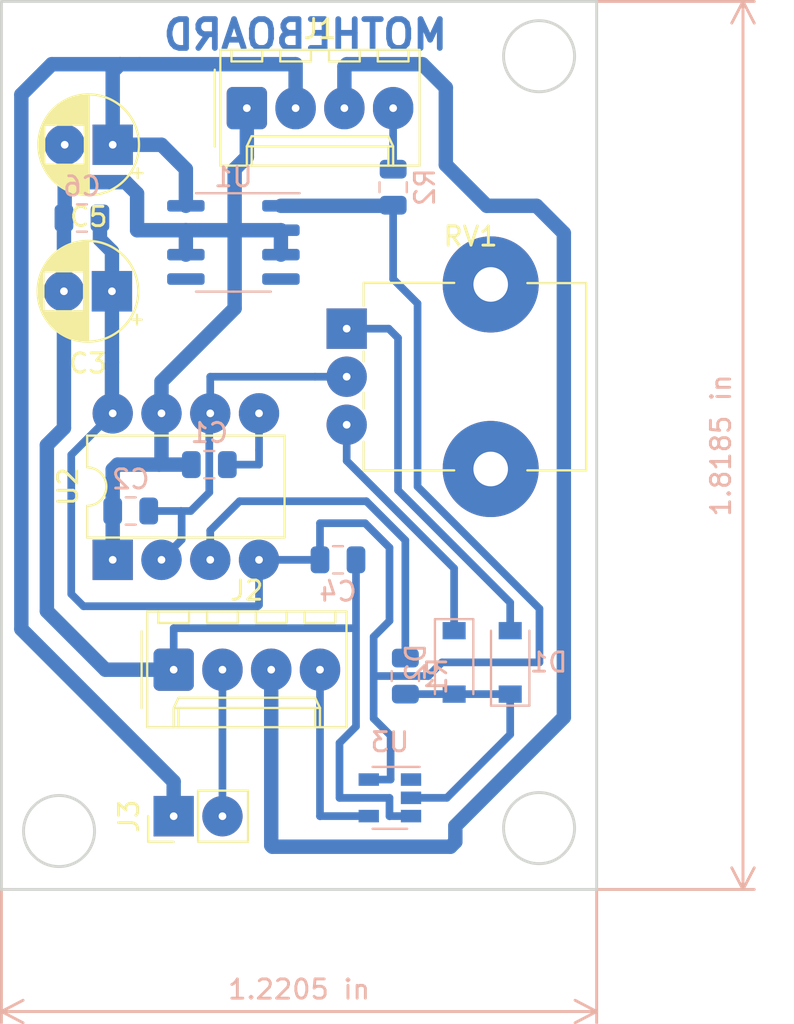
<source format=kicad_pcb>
(kicad_pcb (version 20171130) (host pcbnew 5.1.4-e60b266~84~ubuntu18.04.1)

  (general
    (thickness 1.6)
    (drawings 10)
    (tracks 141)
    (zones 0)
    (modules 17)
    (nets 16)
  )

  (page A4)
  (layers
    (0 F.Cu signal)
    (31 B.Cu signal)
    (32 B.Adhes user)
    (33 F.Adhes user)
    (34 B.Paste user)
    (35 F.Paste user)
    (36 B.SilkS user)
    (37 F.SilkS user)
    (38 B.Mask user)
    (39 F.Mask user)
    (40 Dwgs.User user)
    (41 Cmts.User user)
    (42 Eco1.User user)
    (43 Eco2.User user)
    (44 Edge.Cuts user)
    (45 Margin user)
    (46 B.CrtYd user)
    (47 F.CrtYd user)
    (48 B.Fab user)
    (49 F.Fab user)
  )

  (setup
    (last_trace_width 0.4)
    (user_trace_width 0.25)
    (user_trace_width 0.4)
    (user_trace_width 0.75)
    (user_trace_width 1)
    (user_trace_width 1.25)
    (user_trace_width 1.5)
    (user_trace_width 1.75)
    (user_trace_width 2)
    (trace_clearance 0.2)
    (zone_clearance 0.508)
    (zone_45_only no)
    (trace_min 0.2)
    (via_size 0.6)
    (via_drill 0.4)
    (via_min_size 0.4)
    (via_min_drill 0.3)
    (uvia_size 0.3)
    (uvia_drill 0.1)
    (uvias_allowed no)
    (uvia_min_size 0.2)
    (uvia_min_drill 0.1)
    (edge_width 0.15)
    (segment_width 0.2)
    (pcb_text_width 0.3)
    (pcb_text_size 1.5 1.5)
    (mod_edge_width 0.15)
    (mod_text_size 1 1)
    (mod_text_width 0.15)
    (pad_size 5 5)
    (pad_drill 1.8)
    (pad_to_mask_clearance 0.2)
    (solder_mask_min_width 0.25)
    (aux_axis_origin 0 0)
    (visible_elements FFFFFF7F)
    (pcbplotparams
      (layerselection 0x00000_fffffffe)
      (usegerberextensions false)
      (usegerberattributes false)
      (usegerberadvancedattributes false)
      (creategerberjobfile false)
      (excludeedgelayer false)
      (linewidth 0.100000)
      (plotframeref false)
      (viasonmask false)
      (mode 1)
      (useauxorigin false)
      (hpglpennumber 1)
      (hpglpenspeed 20)
      (hpglpendiameter 15.000000)
      (psnegative false)
      (psa4output false)
      (plotreference false)
      (plotvalue false)
      (plotinvisibletext false)
      (padsonsilk true)
      (subtractmaskfromsilk false)
      (outputformat 5)
      (mirror false)
      (drillshape 2)
      (scaleselection 1)
      (outputdirectory ""))
  )

  (net 0 "")
  (net 1 GND)
  (net 2 "Net-(C1-Pad1)")
  (net 3 /TRIG)
  (net 4 VCC)
  (net 5 +12V)
  (net 6 "Net-(D1-Pad2)")
  (net 7 /PWM_OUT)
  (net 8 "Net-(D2-Pad1)")
  (net 9 "Net-(J1-Pad4)")
  (net 10 /FAN_RPM)
  (net 11 "Net-(J2-Pad4)")
  (net 12 /12V_OUT)
  (net 13 "Net-(R1-Pad2)")
  (net 14 "Net-(U1-Pad5)")
  (net 15 "Net-(U1-Pad4)")

  (net_class Default "This is the default net class."
    (clearance 0.2)
    (trace_width 0.25)
    (via_dia 0.6)
    (via_drill 0.4)
    (uvia_dia 0.3)
    (uvia_drill 0.1)
    (add_net +12V)
    (add_net /12V_OUT)
    (add_net /FAN_RPM)
    (add_net /PWM_OUT)
    (add_net /TRIG)
    (add_net GND)
    (add_net "Net-(C1-Pad1)")
    (add_net "Net-(D1-Pad2)")
    (add_net "Net-(D2-Pad1)")
    (add_net "Net-(J1-Pad4)")
    (add_net "Net-(J2-Pad4)")
    (add_net "Net-(R1-Pad2)")
    (add_net "Net-(U1-Pad4)")
    (add_net "Net-(U1-Pad5)")
    (add_net VCC)
  )

  (net_class work ""
    (clearance 0.2)
    (trace_width 0.4)
    (via_dia 0.6)
    (via_drill 0.4)
    (uvia_dia 0.3)
    (uvia_drill 0.1)
  )

  (module Potentiometer_THT:Potentiometer_Alpha_RD901F-40-00D_Single_Vertical_CircularHoles (layer F.Cu) (tedit 5D76BD29) (tstamp 5D77048B)
    (at 149.98 94.02)
    (descr "Potentiometer, vertical, 9mm, single, http://www.taiwanalpha.com.tw/downloads?target=products&id=113")
    (tags "potentiometer vertical 9mm single")
    (path /59C063EE)
    (fp_text reference RV1 (at 6.45 -4.8 180) (layer F.SilkS)
      (effects (font (size 1 1) (thickness 0.15)))
    )
    (fp_text value 100k (at 0 10.11 180) (layer F.Fab)
      (effects (font (size 1 1) (thickness 0.15)))
    )
    (fp_line (start 0.88 4.16) (end 0.88 3.33) (layer F.SilkS) (width 0.12))
    (fp_line (start 0.88 1.71) (end 0.88 1.18) (layer F.SilkS) (width 0.12))
    (fp_line (start 0.88 -1.19) (end 0.88 -2.37) (layer F.SilkS) (width 0.12))
    (fp_line (start 0.88 7.37) (end 5.6 7.37) (layer F.SilkS) (width 0.12))
    (fp_line (start 9.41 -2.37) (end 12.47 -2.37) (layer F.SilkS) (width 0.12))
    (fp_line (start 1 7.25) (end 12.35 7.25) (layer F.Fab) (width 0.1))
    (fp_line (start 1 -2.25) (end 12.35 -2.25) (layer F.Fab) (width 0.1))
    (fp_line (start 12.35 7.25) (end 12.35 -2.25) (layer F.Fab) (width 0.1))
    (fp_line (start 1 7.25) (end 1 -2.25) (layer F.Fab) (width 0.1))
    (fp_circle (center 7.5 2.5) (end 7.5 -1) (layer F.Fab) (width 0.1))
    (fp_line (start 0.88 -2.38) (end 5.6 -2.38) (layer F.SilkS) (width 0.12))
    (fp_line (start 9.41 7.37) (end 12.47 7.37) (layer F.SilkS) (width 0.12))
    (fp_line (start 0.88 7.37) (end 0.88 5.88) (layer F.SilkS) (width 0.12))
    (fp_line (start 12.47 7.37) (end 12.47 -2.37) (layer F.SilkS) (width 0.12))
    (fp_line (start 12.6 9.17) (end 12.6 -4.17) (layer F.CrtYd) (width 0.05))
    (fp_line (start 12.6 -4.17) (end -1.15 -4.17) (layer F.CrtYd) (width 0.05))
    (fp_line (start -1.15 -4.17) (end -1.15 9.17) (layer F.CrtYd) (width 0.05))
    (fp_line (start -1.15 9.17) (end 12.6 9.17) (layer F.CrtYd) (width 0.05))
    (fp_text user %R (at 7.62 2.54) (layer F.Fab)
      (effects (font (size 1 1) (thickness 0.15)))
    )
    (pad "" thru_hole circle (at 7.5 -2.3 90) (size 5 5) (drill 1.8) (layers *.Cu *.Mask))
    (pad "" thru_hole circle (at 7.5 7.3 90) (size 5 5) (drill 1.8) (layers *.Cu *.Mask))
    (pad 3 thru_hole circle (at 0 5 90) (size 2.1 2.1) (drill 0.4) (layers *.Cu *.Mask)
      (net 8 "Net-(D2-Pad1)"))
    (pad 2 thru_hole circle (at 0 2.5 90) (size 2.1 2.1) (drill 0.4) (layers *.Cu *.Mask)
      (net 3 /TRIG))
    (pad 1 thru_hole rect (at 0 0 90) (size 2.1 2.1) (drill 0.4) (layers *.Cu *.Mask)
      (net 6 "Net-(D1-Pad2)"))
    (model ${KISYS3DMOD}/Potentiometer_THT.3dshapes/Potentiometer_Alpha_RD901F-40-00D_Single_Vertical.wrl
      (at (xyz 0 0 0))
      (scale (xyz 1 1 1))
      (rotate (xyz 0 0 0))
    )
  )

  (module Package_DIP:DIP-8_W7.62mm (layer F.Cu) (tedit 5D76BC98) (tstamp 5D7704C1)
    (at 137.795 106.045 90)
    (descr "8-lead though-hole mounted DIP package, row spacing 7.62 mm (300 mils)")
    (tags "THT DIP DIL PDIP 2.54mm 7.62mm 300mil")
    (path /59B306F8)
    (fp_text reference U2 (at 3.81 -2.33 90) (layer F.SilkS)
      (effects (font (size 1 1) (thickness 0.15)))
    )
    (fp_text value NE555 (at 3.81 9.95 90) (layer F.Fab)
      (effects (font (size 1 1) (thickness 0.15)))
    )
    (fp_text user %R (at 3.81 3.81 90) (layer F.Fab)
      (effects (font (size 1 1) (thickness 0.15)))
    )
    (fp_line (start 8.7 -1.55) (end -1.1 -1.55) (layer F.CrtYd) (width 0.05))
    (fp_line (start 8.7 9.15) (end 8.7 -1.55) (layer F.CrtYd) (width 0.05))
    (fp_line (start -1.1 9.15) (end 8.7 9.15) (layer F.CrtYd) (width 0.05))
    (fp_line (start -1.1 -1.55) (end -1.1 9.15) (layer F.CrtYd) (width 0.05))
    (fp_line (start 6.46 -1.33) (end 4.81 -1.33) (layer F.SilkS) (width 0.12))
    (fp_line (start 6.46 8.95) (end 6.46 -1.33) (layer F.SilkS) (width 0.12))
    (fp_line (start 1.16 8.95) (end 6.46 8.95) (layer F.SilkS) (width 0.12))
    (fp_line (start 1.16 -1.33) (end 1.16 8.95) (layer F.SilkS) (width 0.12))
    (fp_line (start 2.81 -1.33) (end 1.16 -1.33) (layer F.SilkS) (width 0.12))
    (fp_line (start 0.635 -0.27) (end 1.635 -1.27) (layer F.Fab) (width 0.1))
    (fp_line (start 0.635 8.89) (end 0.635 -0.27) (layer F.Fab) (width 0.1))
    (fp_line (start 6.985 8.89) (end 0.635 8.89) (layer F.Fab) (width 0.1))
    (fp_line (start 6.985 -1.27) (end 6.985 8.89) (layer F.Fab) (width 0.1))
    (fp_line (start 1.635 -1.27) (end 6.985 -1.27) (layer F.Fab) (width 0.1))
    (fp_arc (start 3.81 -1.33) (end 2.81 -1.33) (angle -180) (layer F.SilkS) (width 0.12))
    (pad 8 thru_hole oval (at 7.62 0 90) (size 2.1 2.1) (drill 0.4) (layers *.Cu *.Mask)
      (net 4 VCC))
    (pad 4 thru_hole oval (at 0 7.62 90) (size 2.1 2.1) (drill 0.4) (layers *.Cu *.Mask)
      (net 4 VCC))
    (pad 7 thru_hole oval (at 7.62 2.54 90) (size 2.1 2.1) (drill 0.4) (layers *.Cu *.Mask)
      (net 1 GND))
    (pad 3 thru_hole oval (at 0 5.08 90) (size 2.1 2.1) (drill 0.4) (layers *.Cu *.Mask)
      (net 13 "Net-(R1-Pad2)"))
    (pad 6 thru_hole oval (at 7.62 5.08 90) (size 2.1 2.1) (drill 0.4) (layers *.Cu *.Mask)
      (net 3 /TRIG))
    (pad 2 thru_hole oval (at 0 2.54 90) (size 2.1 2.1) (drill 0.4) (layers *.Cu *.Mask)
      (net 3 /TRIG))
    (pad 5 thru_hole oval (at 7.62 7.62 90) (size 2.1 2.1) (drill 0.4) (layers *.Cu *.Mask)
      (net 2 "Net-(C1-Pad1)"))
    (pad 1 thru_hole rect (at 0 0 90) (size 2.1 2.1) (drill 0.4) (layers *.Cu *.Mask)
      (net 1 GND))
    (model ${KISYS3DMOD}/Package_DIP.3dshapes/DIP-8_W7.62mm.wrl
      (at (xyz 0 0 0))
      (scale (xyz 1 1 1))
      (rotate (xyz 0 0 0))
    )
  )

  (module Connector_PinHeader_2.54mm:PinHeader_1x02_P2.54mm_Vertical (layer F.Cu) (tedit 5D76BD15) (tstamp 5D771452)
    (at 140.97 119.38 90)
    (descr "Through hole straight pin header, 1x02, 2.54mm pitch, single row")
    (tags "Through hole pin header THT 1x02 2.54mm single row")
    (path /5C2473D8)
    (fp_text reference J3 (at 0 -2.33 90) (layer F.SilkS)
      (effects (font (size 1 1) (thickness 0.15)))
    )
    (fp_text value Conn_01x02_Male (at 0 4.87 90) (layer F.Fab)
      (effects (font (size 1 1) (thickness 0.15)))
    )
    (fp_text user %R (at 0 1.27) (layer F.Fab)
      (effects (font (size 1 1) (thickness 0.15)))
    )
    (fp_line (start 1.8 -1.8) (end -1.8 -1.8) (layer F.CrtYd) (width 0.05))
    (fp_line (start 1.8 4.35) (end 1.8 -1.8) (layer F.CrtYd) (width 0.05))
    (fp_line (start -1.8 4.35) (end 1.8 4.35) (layer F.CrtYd) (width 0.05))
    (fp_line (start -1.8 -1.8) (end -1.8 4.35) (layer F.CrtYd) (width 0.05))
    (fp_line (start -1.33 -1.33) (end 0 -1.33) (layer F.SilkS) (width 0.12))
    (fp_line (start -1.33 0) (end -1.33 -1.33) (layer F.SilkS) (width 0.12))
    (fp_line (start -1.33 1.27) (end 1.33 1.27) (layer F.SilkS) (width 0.12))
    (fp_line (start 1.33 1.27) (end 1.33 3.87) (layer F.SilkS) (width 0.12))
    (fp_line (start -1.33 1.27) (end -1.33 3.87) (layer F.SilkS) (width 0.12))
    (fp_line (start -1.33 3.87) (end 1.33 3.87) (layer F.SilkS) (width 0.12))
    (fp_line (start -1.27 -0.635) (end -0.635 -1.27) (layer F.Fab) (width 0.1))
    (fp_line (start -1.27 3.81) (end -1.27 -0.635) (layer F.Fab) (width 0.1))
    (fp_line (start 1.27 3.81) (end -1.27 3.81) (layer F.Fab) (width 0.1))
    (fp_line (start 1.27 -1.27) (end 1.27 3.81) (layer F.Fab) (width 0.1))
    (fp_line (start -0.635 -1.27) (end 1.27 -1.27) (layer F.Fab) (width 0.1))
    (pad 2 thru_hole oval (at 0 2.54 90) (size 2.1 2.1) (drill 0.4) (layers *.Cu *.Mask)
      (net 12 /12V_OUT))
    (pad 1 thru_hole rect (at 0 0 90) (size 2.1 2.1) (drill 0.4) (layers *.Cu *.Mask)
      (net 5 +12V))
    (model ${KISYS3DMOD}/Connector_PinHeader_2.54mm.3dshapes/PinHeader_1x02_P2.54mm_Vertical.wrl
      (at (xyz 0 0 0))
      (scale (xyz 1 1 1))
      (rotate (xyz 0 0 0))
    )
  )

  (module Package_TO_SOT_SMD:SOT-23-5 (layer B.Cu) (tedit 5A02FF57) (tstamp 5D7704D6)
    (at 152.23 118.425 180)
    (descr "5-pin SOT23 package")
    (tags SOT-23-5)
    (path /5D624A6B)
    (attr smd)
    (fp_text reference U3 (at 0 2.9 180) (layer B.SilkS)
      (effects (font (size 1 1) (thickness 0.15)) (justify mirror))
    )
    (fp_text value 74AHC1G14 (at 0 -2.9 180) (layer B.Fab)
      (effects (font (size 1 1) (thickness 0.15)) (justify mirror))
    )
    (fp_line (start 0.9 1.55) (end 0.9 -1.55) (layer B.Fab) (width 0.1))
    (fp_line (start 0.9 -1.55) (end -0.9 -1.55) (layer B.Fab) (width 0.1))
    (fp_line (start -0.9 0.9) (end -0.9 -1.55) (layer B.Fab) (width 0.1))
    (fp_line (start 0.9 1.55) (end -0.25 1.55) (layer B.Fab) (width 0.1))
    (fp_line (start -0.9 0.9) (end -0.25 1.55) (layer B.Fab) (width 0.1))
    (fp_line (start -1.9 -1.8) (end -1.9 1.8) (layer B.CrtYd) (width 0.05))
    (fp_line (start 1.9 -1.8) (end -1.9 -1.8) (layer B.CrtYd) (width 0.05))
    (fp_line (start 1.9 1.8) (end 1.9 -1.8) (layer B.CrtYd) (width 0.05))
    (fp_line (start -1.9 1.8) (end 1.9 1.8) (layer B.CrtYd) (width 0.05))
    (fp_line (start 0.9 1.61) (end -1.55 1.61) (layer B.SilkS) (width 0.12))
    (fp_line (start -0.9 -1.61) (end 0.9 -1.61) (layer B.SilkS) (width 0.12))
    (fp_text user %R (at 0 0 90) (layer B.Fab)
      (effects (font (size 0.5 0.5) (thickness 0.075)) (justify mirror))
    )
    (pad 5 smd rect (at 1.1 0.95 180) (size 1.06 0.65) (layers B.Cu B.Paste B.Mask)
      (net 4 VCC))
    (pad 4 smd rect (at 1.1 -0.95 180) (size 1.06 0.65) (layers B.Cu B.Paste B.Mask)
      (net 11 "Net-(J2-Pad4)"))
    (pad 3 smd rect (at -1.1 -0.95 180) (size 1.06 0.65) (layers B.Cu B.Paste B.Mask)
      (net 1 GND))
    (pad 2 smd rect (at -1.1 0 180) (size 1.06 0.65) (layers B.Cu B.Paste B.Mask)
      (net 7 /PWM_OUT))
    (pad 1 smd rect (at -1.1 0.95 180) (size 1.06 0.65) (layers B.Cu B.Paste B.Mask))
    (model ${KISYS3DMOD}/Package_TO_SOT_SMD.3dshapes/SOT-23-5.wrl
      (at (xyz 0 0 0))
      (scale (xyz 1 1 1))
      (rotate (xyz 0 0 0))
    )
  )

  (module Package_SO:SOIC-8_3.9x4.9mm_P1.27mm (layer B.Cu) (tedit 5C97300E) (tstamp 5D7704A5)
    (at 144.08 89.535 180)
    (descr "SOIC, 8 Pin (JEDEC MS-012AA, https://www.analog.com/media/en/package-pcb-resources/package/pkg_pdf/soic_narrow-r/r_8.pdf), generated with kicad-footprint-generator ipc_gullwing_generator.py")
    (tags "SOIC SO")
    (path /5D60D878)
    (attr smd)
    (fp_text reference U1 (at 0 3.4) (layer B.SilkS)
      (effects (font (size 1 1) (thickness 0.15)) (justify mirror))
    )
    (fp_text value MC78L05_SO8 (at 0 -3.4) (layer B.Fab)
      (effects (font (size 1 1) (thickness 0.15)) (justify mirror))
    )
    (fp_line (start 3.7 2.7) (end -3.7 2.7) (layer B.CrtYd) (width 0.05))
    (fp_line (start 3.7 -2.7) (end 3.7 2.7) (layer B.CrtYd) (width 0.05))
    (fp_line (start -3.7 -2.7) (end 3.7 -2.7) (layer B.CrtYd) (width 0.05))
    (fp_line (start -3.7 2.7) (end -3.7 -2.7) (layer B.CrtYd) (width 0.05))
    (fp_line (start -1.95 1.475) (end -0.975 2.45) (layer B.Fab) (width 0.1))
    (fp_line (start -1.95 -2.45) (end -1.95 1.475) (layer B.Fab) (width 0.1))
    (fp_line (start 1.95 -2.45) (end -1.95 -2.45) (layer B.Fab) (width 0.1))
    (fp_line (start 1.95 2.45) (end 1.95 -2.45) (layer B.Fab) (width 0.1))
    (fp_line (start -0.975 2.45) (end 1.95 2.45) (layer B.Fab) (width 0.1))
    (fp_line (start 0 2.56) (end -3.45 2.56) (layer B.SilkS) (width 0.12))
    (fp_line (start 0 2.56) (end 1.95 2.56) (layer B.SilkS) (width 0.12))
    (fp_line (start 0 -2.56) (end -1.95 -2.56) (layer B.SilkS) (width 0.12))
    (fp_line (start 0 -2.56) (end 1.95 -2.56) (layer B.SilkS) (width 0.12))
    (pad 8 smd roundrect (at 2.475 1.905 180) (size 1.95 0.6) (layers B.Cu B.Paste B.Mask) (roundrect_rratio 0.25)
      (net 5 +12V))
    (pad 7 smd roundrect (at 2.475 0.635 180) (size 1.95 0.6) (layers B.Cu B.Paste B.Mask) (roundrect_rratio 0.25)
      (net 1 GND))
    (pad 6 smd roundrect (at 2.475 -0.635 180) (size 1.95 0.6) (layers B.Cu B.Paste B.Mask) (roundrect_rratio 0.25)
      (net 1 GND))
    (pad 5 smd roundrect (at 2.475 -1.905 180) (size 1.95 0.6) (layers B.Cu B.Paste B.Mask) (roundrect_rratio 0.25)
      (net 14 "Net-(U1-Pad5)"))
    (pad 4 smd roundrect (at -2.475 -1.905 180) (size 1.95 0.6) (layers B.Cu B.Paste B.Mask) (roundrect_rratio 0.25)
      (net 15 "Net-(U1-Pad4)"))
    (pad 3 smd roundrect (at -2.475 -0.635 180) (size 1.95 0.6) (layers B.Cu B.Paste B.Mask) (roundrect_rratio 0.25)
      (net 1 GND))
    (pad 2 smd roundrect (at -2.475 0.635 180) (size 1.95 0.6) (layers B.Cu B.Paste B.Mask) (roundrect_rratio 0.25)
      (net 1 GND))
    (pad 1 smd roundrect (at -2.475 1.905 180) (size 1.95 0.6) (layers B.Cu B.Paste B.Mask) (roundrect_rratio 0.25)
      (net 4 VCC))
    (model ${KISYS3DMOD}/Package_SO.3dshapes/SOIC-8_3.9x4.9mm_P1.27mm.wrl
      (at (xyz 0 0 0))
      (scale (xyz 1 1 1))
      (rotate (xyz 0 0 0))
    )
  )

  (module Resistor_SMD:R_0805_2012Metric (layer B.Cu) (tedit 5B36C52B) (tstamp 5D77046F)
    (at 152.4 86.6625 90)
    (descr "Resistor SMD 0805 (2012 Metric), square (rectangular) end terminal, IPC_7351 nominal, (Body size source: https://docs.google.com/spreadsheets/d/1BsfQQcO9C6DZCsRaXUlFlo91Tg2WpOkGARC1WS5S8t0/edit?usp=sharing), generated with kicad-footprint-generator")
    (tags resistor)
    (path /59C0D52B)
    (attr smd)
    (fp_text reference R2 (at 0 1.65 90) (layer B.SilkS)
      (effects (font (size 1 1) (thickness 0.15)) (justify mirror))
    )
    (fp_text value 4.7K (at 0 -1.65 90) (layer B.Fab)
      (effects (font (size 1 1) (thickness 0.15)) (justify mirror))
    )
    (fp_text user %R (at 0 0 90) (layer B.Fab)
      (effects (font (size 0.5 0.5) (thickness 0.08)) (justify mirror))
    )
    (fp_line (start 1.68 -0.95) (end -1.68 -0.95) (layer B.CrtYd) (width 0.05))
    (fp_line (start 1.68 0.95) (end 1.68 -0.95) (layer B.CrtYd) (width 0.05))
    (fp_line (start -1.68 0.95) (end 1.68 0.95) (layer B.CrtYd) (width 0.05))
    (fp_line (start -1.68 -0.95) (end -1.68 0.95) (layer B.CrtYd) (width 0.05))
    (fp_line (start -0.258578 -0.71) (end 0.258578 -0.71) (layer B.SilkS) (width 0.12))
    (fp_line (start -0.258578 0.71) (end 0.258578 0.71) (layer B.SilkS) (width 0.12))
    (fp_line (start 1 -0.6) (end -1 -0.6) (layer B.Fab) (width 0.1))
    (fp_line (start 1 0.6) (end 1 -0.6) (layer B.Fab) (width 0.1))
    (fp_line (start -1 0.6) (end 1 0.6) (layer B.Fab) (width 0.1))
    (fp_line (start -1 -0.6) (end -1 0.6) (layer B.Fab) (width 0.1))
    (pad 2 smd roundrect (at 0.9375 0 90) (size 0.975 1.4) (layers B.Cu B.Paste B.Mask) (roundrect_rratio 0.25)
      (net 9 "Net-(J1-Pad4)"))
    (pad 1 smd roundrect (at -0.9375 0 90) (size 0.975 1.4) (layers B.Cu B.Paste B.Mask) (roundrect_rratio 0.25)
      (net 4 VCC))
    (model ${KISYS3DMOD}/Resistor_SMD.3dshapes/R_0805_2012Metric.wrl
      (at (xyz 0 0 0))
      (scale (xyz 1 1 1))
      (rotate (xyz 0 0 0))
    )
  )

  (module Resistor_SMD:R_0805_2012Metric (layer B.Cu) (tedit 5B36C52B) (tstamp 5D77045E)
    (at 153.035 112.0925 90)
    (descr "Resistor SMD 0805 (2012 Metric), square (rectangular) end terminal, IPC_7351 nominal, (Body size source: https://docs.google.com/spreadsheets/d/1BsfQQcO9C6DZCsRaXUlFlo91Tg2WpOkGARC1WS5S8t0/edit?usp=sharing), generated with kicad-footprint-generator")
    (tags resistor)
    (path /59C05203)
    (attr smd)
    (fp_text reference R1 (at 0 1.65 90) (layer B.SilkS)
      (effects (font (size 1 1) (thickness 0.15)) (justify mirror))
    )
    (fp_text value 1K (at 0 -1.65 90) (layer B.Fab)
      (effects (font (size 1 1) (thickness 0.15)) (justify mirror))
    )
    (fp_text user %R (at 0 0 90) (layer B.Fab)
      (effects (font (size 0.5 0.5) (thickness 0.08)) (justify mirror))
    )
    (fp_line (start 1.68 -0.95) (end -1.68 -0.95) (layer B.CrtYd) (width 0.05))
    (fp_line (start 1.68 0.95) (end 1.68 -0.95) (layer B.CrtYd) (width 0.05))
    (fp_line (start -1.68 0.95) (end 1.68 0.95) (layer B.CrtYd) (width 0.05))
    (fp_line (start -1.68 -0.95) (end -1.68 0.95) (layer B.CrtYd) (width 0.05))
    (fp_line (start -0.258578 -0.71) (end 0.258578 -0.71) (layer B.SilkS) (width 0.12))
    (fp_line (start -0.258578 0.71) (end 0.258578 0.71) (layer B.SilkS) (width 0.12))
    (fp_line (start 1 -0.6) (end -1 -0.6) (layer B.Fab) (width 0.1))
    (fp_line (start 1 0.6) (end 1 -0.6) (layer B.Fab) (width 0.1))
    (fp_line (start -1 0.6) (end 1 0.6) (layer B.Fab) (width 0.1))
    (fp_line (start -1 -0.6) (end -1 0.6) (layer B.Fab) (width 0.1))
    (pad 2 smd roundrect (at 0.9375 0 90) (size 0.975 1.4) (layers B.Cu B.Paste B.Mask) (roundrect_rratio 0.25)
      (net 13 "Net-(R1-Pad2)"))
    (pad 1 smd roundrect (at -0.9375 0 90) (size 0.975 1.4) (layers B.Cu B.Paste B.Mask) (roundrect_rratio 0.25)
      (net 7 /PWM_OUT))
    (model ${KISYS3DMOD}/Resistor_SMD.3dshapes/R_0805_2012Metric.wrl
      (at (xyz 0 0 0))
      (scale (xyz 1 1 1))
      (rotate (xyz 0 0 0))
    )
  )

  (module Connector_Molex:Molex_KK-254_AE-6410-04A_1x04_P2.54mm_Vertical (layer F.Cu) (tedit 5D76BC6E) (tstamp 5D77044D)
    (at 140.97 111.76)
    (descr "Molex KK-254 Interconnect System, old/engineering part number: AE-6410-04A example for new part number: 22-27-2041, 4 Pins (http://www.molex.com/pdm_docs/sd/022272021_sd.pdf), generated with kicad-footprint-generator")
    (tags "connector Molex KK-254 side entry")
    (path /59B30621)
    (fp_text reference J2 (at 3.81 -4.12) (layer F.SilkS)
      (effects (font (size 1 1) (thickness 0.15)))
    )
    (fp_text value CONN_01X04 (at 3.81 4.08) (layer F.Fab)
      (effects (font (size 1 1) (thickness 0.15)))
    )
    (fp_text user %R (at 3.81 -2.22) (layer F.Fab)
      (effects (font (size 1 1) (thickness 0.15)))
    )
    (fp_line (start 9.39 -3.42) (end -1.77 -3.42) (layer F.CrtYd) (width 0.05))
    (fp_line (start 9.39 3.38) (end 9.39 -3.42) (layer F.CrtYd) (width 0.05))
    (fp_line (start -1.77 3.38) (end 9.39 3.38) (layer F.CrtYd) (width 0.05))
    (fp_line (start -1.77 -3.42) (end -1.77 3.38) (layer F.CrtYd) (width 0.05))
    (fp_line (start 8.42 -2.43) (end 8.42 -3.03) (layer F.SilkS) (width 0.12))
    (fp_line (start 6.82 -2.43) (end 8.42 -2.43) (layer F.SilkS) (width 0.12))
    (fp_line (start 6.82 -3.03) (end 6.82 -2.43) (layer F.SilkS) (width 0.12))
    (fp_line (start 5.88 -2.43) (end 5.88 -3.03) (layer F.SilkS) (width 0.12))
    (fp_line (start 4.28 -2.43) (end 5.88 -2.43) (layer F.SilkS) (width 0.12))
    (fp_line (start 4.28 -3.03) (end 4.28 -2.43) (layer F.SilkS) (width 0.12))
    (fp_line (start 3.34 -2.43) (end 3.34 -3.03) (layer F.SilkS) (width 0.12))
    (fp_line (start 1.74 -2.43) (end 3.34 -2.43) (layer F.SilkS) (width 0.12))
    (fp_line (start 1.74 -3.03) (end 1.74 -2.43) (layer F.SilkS) (width 0.12))
    (fp_line (start 0.8 -2.43) (end 0.8 -3.03) (layer F.SilkS) (width 0.12))
    (fp_line (start -0.8 -2.43) (end 0.8 -2.43) (layer F.SilkS) (width 0.12))
    (fp_line (start -0.8 -3.03) (end -0.8 -2.43) (layer F.SilkS) (width 0.12))
    (fp_line (start 7.37 2.99) (end 7.37 1.99) (layer F.SilkS) (width 0.12))
    (fp_line (start 0.25 2.99) (end 0.25 1.99) (layer F.SilkS) (width 0.12))
    (fp_line (start 7.37 1.46) (end 7.62 1.99) (layer F.SilkS) (width 0.12))
    (fp_line (start 0.25 1.46) (end 7.37 1.46) (layer F.SilkS) (width 0.12))
    (fp_line (start 0 1.99) (end 0.25 1.46) (layer F.SilkS) (width 0.12))
    (fp_line (start 7.62 1.99) (end 7.62 2.99) (layer F.SilkS) (width 0.12))
    (fp_line (start 0 1.99) (end 7.62 1.99) (layer F.SilkS) (width 0.12))
    (fp_line (start 0 2.99) (end 0 1.99) (layer F.SilkS) (width 0.12))
    (fp_line (start -0.562893 0) (end -1.27 0.5) (layer F.Fab) (width 0.1))
    (fp_line (start -1.27 -0.5) (end -0.562893 0) (layer F.Fab) (width 0.1))
    (fp_line (start -1.67 -2) (end -1.67 2) (layer F.SilkS) (width 0.12))
    (fp_line (start 9 -3.03) (end -1.38 -3.03) (layer F.SilkS) (width 0.12))
    (fp_line (start 9 2.99) (end 9 -3.03) (layer F.SilkS) (width 0.12))
    (fp_line (start -1.38 2.99) (end 9 2.99) (layer F.SilkS) (width 0.12))
    (fp_line (start -1.38 -3.03) (end -1.38 2.99) (layer F.SilkS) (width 0.12))
    (fp_line (start 8.89 -2.92) (end -1.27 -2.92) (layer F.Fab) (width 0.1))
    (fp_line (start 8.89 2.88) (end 8.89 -2.92) (layer F.Fab) (width 0.1))
    (fp_line (start -1.27 2.88) (end 8.89 2.88) (layer F.Fab) (width 0.1))
    (fp_line (start -1.27 -2.92) (end -1.27 2.88) (layer F.Fab) (width 0.1))
    (pad 4 thru_hole oval (at 7.62 0) (size 2.1 2.2) (drill 0.4) (layers *.Cu *.Mask)
      (net 11 "Net-(J2-Pad4)"))
    (pad 3 thru_hole oval (at 5.08 0) (size 2.1 2.2) (drill 0.4) (layers *.Cu *.Mask)
      (net 10 /FAN_RPM))
    (pad 2 thru_hole oval (at 2.54 0) (size 2.1 2.2) (drill 0.4) (layers *.Cu *.Mask)
      (net 12 /12V_OUT))
    (pad 1 thru_hole roundrect (at 0 0) (size 2.1 2.2) (drill 0.4) (layers *.Cu *.Mask) (roundrect_rratio 0.144)
      (net 1 GND))
    (model ${KISYS3DMOD}/Connector_Molex.3dshapes/Molex_KK-254_AE-6410-04A_1x04_P2.54mm_Vertical.wrl
      (at (xyz 0 0 0))
      (scale (xyz 1 1 1))
      (rotate (xyz 0 0 0))
    )
  )

  (module Connector_Molex:Molex_KK-254_AE-6410-04A_1x04_P2.54mm_Vertical (layer F.Cu) (tedit 5D76BC85) (tstamp 5D770421)
    (at 144.78 82.55)
    (descr "Molex KK-254 Interconnect System, old/engineering part number: AE-6410-04A example for new part number: 22-27-2041, 4 Pins (http://www.molex.com/pdm_docs/sd/022272021_sd.pdf), generated with kicad-footprint-generator")
    (tags "connector Molex KK-254 side entry")
    (path /59B30546)
    (fp_text reference J1 (at 3.81 -4.12) (layer F.SilkS)
      (effects (font (size 1 1) (thickness 0.15)))
    )
    (fp_text value CONN_01X04 (at 3.81 4.08) (layer F.Fab)
      (effects (font (size 1 1) (thickness 0.15)))
    )
    (fp_text user %R (at 3.81 -2.22) (layer F.Fab)
      (effects (font (size 1 1) (thickness 0.15)))
    )
    (fp_line (start 9.39 -3.42) (end -1.77 -3.42) (layer F.CrtYd) (width 0.05))
    (fp_line (start 9.39 3.38) (end 9.39 -3.42) (layer F.CrtYd) (width 0.05))
    (fp_line (start -1.77 3.38) (end 9.39 3.38) (layer F.CrtYd) (width 0.05))
    (fp_line (start -1.77 -3.42) (end -1.77 3.38) (layer F.CrtYd) (width 0.05))
    (fp_line (start 8.42 -2.43) (end 8.42 -3.03) (layer F.SilkS) (width 0.12))
    (fp_line (start 6.82 -2.43) (end 8.42 -2.43) (layer F.SilkS) (width 0.12))
    (fp_line (start 6.82 -3.03) (end 6.82 -2.43) (layer F.SilkS) (width 0.12))
    (fp_line (start 5.88 -2.43) (end 5.88 -3.03) (layer F.SilkS) (width 0.12))
    (fp_line (start 4.28 -2.43) (end 5.88 -2.43) (layer F.SilkS) (width 0.12))
    (fp_line (start 4.28 -3.03) (end 4.28 -2.43) (layer F.SilkS) (width 0.12))
    (fp_line (start 3.34 -2.43) (end 3.34 -3.03) (layer F.SilkS) (width 0.12))
    (fp_line (start 1.74 -2.43) (end 3.34 -2.43) (layer F.SilkS) (width 0.12))
    (fp_line (start 1.74 -3.03) (end 1.74 -2.43) (layer F.SilkS) (width 0.12))
    (fp_line (start 0.8 -2.43) (end 0.8 -3.03) (layer F.SilkS) (width 0.12))
    (fp_line (start -0.8 -2.43) (end 0.8 -2.43) (layer F.SilkS) (width 0.12))
    (fp_line (start -0.8 -3.03) (end -0.8 -2.43) (layer F.SilkS) (width 0.12))
    (fp_line (start 7.37 2.99) (end 7.37 1.99) (layer F.SilkS) (width 0.12))
    (fp_line (start 0.25 2.99) (end 0.25 1.99) (layer F.SilkS) (width 0.12))
    (fp_line (start 7.37 1.46) (end 7.62 1.99) (layer F.SilkS) (width 0.12))
    (fp_line (start 0.25 1.46) (end 7.37 1.46) (layer F.SilkS) (width 0.12))
    (fp_line (start 0 1.99) (end 0.25 1.46) (layer F.SilkS) (width 0.12))
    (fp_line (start 7.62 1.99) (end 7.62 2.99) (layer F.SilkS) (width 0.12))
    (fp_line (start 0 1.99) (end 7.62 1.99) (layer F.SilkS) (width 0.12))
    (fp_line (start 0 2.99) (end 0 1.99) (layer F.SilkS) (width 0.12))
    (fp_line (start -0.562893 0) (end -1.27 0.5) (layer F.Fab) (width 0.1))
    (fp_line (start -1.27 -0.5) (end -0.562893 0) (layer F.Fab) (width 0.1))
    (fp_line (start -1.67 -2) (end -1.67 2) (layer F.SilkS) (width 0.12))
    (fp_line (start 9 -3.03) (end -1.38 -3.03) (layer F.SilkS) (width 0.12))
    (fp_line (start 9 2.99) (end 9 -3.03) (layer F.SilkS) (width 0.12))
    (fp_line (start -1.38 2.99) (end 9 2.99) (layer F.SilkS) (width 0.12))
    (fp_line (start -1.38 -3.03) (end -1.38 2.99) (layer F.SilkS) (width 0.12))
    (fp_line (start 8.89 -2.92) (end -1.27 -2.92) (layer F.Fab) (width 0.1))
    (fp_line (start 8.89 2.88) (end 8.89 -2.92) (layer F.Fab) (width 0.1))
    (fp_line (start -1.27 2.88) (end 8.89 2.88) (layer F.Fab) (width 0.1))
    (fp_line (start -1.27 -2.92) (end -1.27 2.88) (layer F.Fab) (width 0.1))
    (pad 4 thru_hole oval (at 7.62 0) (size 2.1 2.2) (drill 0.4) (layers *.Cu *.Mask)
      (net 9 "Net-(J1-Pad4)"))
    (pad 3 thru_hole oval (at 5.08 0) (size 2.1 2.2) (drill 0.4) (layers *.Cu *.Mask)
      (net 10 /FAN_RPM))
    (pad 2 thru_hole oval (at 2.54 0) (size 2.1 2.2) (drill 0.4) (layers *.Cu *.Mask)
      (net 5 +12V))
    (pad 1 thru_hole roundrect (at 0 0) (size 2.1 2.2) (drill 0.4) (layers *.Cu *.Mask) (roundrect_rratio 0.144)
      (net 1 GND))
    (model ${KISYS3DMOD}/Connector_Molex.3dshapes/Molex_KK-254_AE-6410-04A_1x04_P2.54mm_Vertical.wrl
      (at (xyz 0 0 0))
      (scale (xyz 1 1 1))
      (rotate (xyz 0 0 0))
    )
  )

  (module Diode_SMD:D_SOD-123 (layer B.Cu) (tedit 58645DC7) (tstamp 5D7703F5)
    (at 155.575 111.38 270)
    (descr SOD-123)
    (tags SOD-123)
    (path /59C0690E)
    (attr smd)
    (fp_text reference D2 (at 0 2 270) (layer B.SilkS)
      (effects (font (size 1 1) (thickness 0.15)) (justify mirror))
    )
    (fp_text value 1N4148 (at 0 -2.1 270) (layer B.Fab)
      (effects (font (size 1 1) (thickness 0.15)) (justify mirror))
    )
    (fp_line (start -2.25 1) (end 1.65 1) (layer B.SilkS) (width 0.12))
    (fp_line (start -2.25 -1) (end 1.65 -1) (layer B.SilkS) (width 0.12))
    (fp_line (start -2.35 1.15) (end -2.35 -1.15) (layer B.CrtYd) (width 0.05))
    (fp_line (start 2.35 -1.15) (end -2.35 -1.15) (layer B.CrtYd) (width 0.05))
    (fp_line (start 2.35 1.15) (end 2.35 -1.15) (layer B.CrtYd) (width 0.05))
    (fp_line (start -2.35 1.15) (end 2.35 1.15) (layer B.CrtYd) (width 0.05))
    (fp_line (start -1.4 0.9) (end 1.4 0.9) (layer B.Fab) (width 0.1))
    (fp_line (start 1.4 0.9) (end 1.4 -0.9) (layer B.Fab) (width 0.1))
    (fp_line (start 1.4 -0.9) (end -1.4 -0.9) (layer B.Fab) (width 0.1))
    (fp_line (start -1.4 -0.9) (end -1.4 0.9) (layer B.Fab) (width 0.1))
    (fp_line (start -0.75 0) (end -0.35 0) (layer B.Fab) (width 0.1))
    (fp_line (start -0.35 0) (end -0.35 0.55) (layer B.Fab) (width 0.1))
    (fp_line (start -0.35 0) (end -0.35 -0.55) (layer B.Fab) (width 0.1))
    (fp_line (start -0.35 0) (end 0.25 0.4) (layer B.Fab) (width 0.1))
    (fp_line (start 0.25 0.4) (end 0.25 -0.4) (layer B.Fab) (width 0.1))
    (fp_line (start 0.25 -0.4) (end -0.35 0) (layer B.Fab) (width 0.1))
    (fp_line (start 0.25 0) (end 0.75 0) (layer B.Fab) (width 0.1))
    (fp_line (start -2.25 1) (end -2.25 -1) (layer B.SilkS) (width 0.12))
    (fp_text user %R (at 0 2 270) (layer B.Fab)
      (effects (font (size 1 1) (thickness 0.15)) (justify mirror))
    )
    (pad 2 smd rect (at 1.65 0 270) (size 0.9 1.2) (layers B.Cu B.Paste B.Mask)
      (net 7 /PWM_OUT))
    (pad 1 smd rect (at -1.65 0 270) (size 0.9 1.2) (layers B.Cu B.Paste B.Mask)
      (net 8 "Net-(D2-Pad1)"))
    (model ${KISYS3DMOD}/Diode_SMD.3dshapes/D_SOD-123.wrl
      (at (xyz 0 0 0))
      (scale (xyz 1 1 1))
      (rotate (xyz 0 0 0))
    )
  )

  (module Diode_SMD:D_SOD-123 (layer B.Cu) (tedit 58645DC7) (tstamp 5D7703DC)
    (at 158.496 111.38 90)
    (descr SOD-123)
    (tags SOD-123)
    (path /59C06811)
    (attr smd)
    (fp_text reference D1 (at 0 2) (layer B.SilkS)
      (effects (font (size 1 1) (thickness 0.15)) (justify mirror))
    )
    (fp_text value 1N4148 (at 0 -2.1 270) (layer B.Fab)
      (effects (font (size 1 1) (thickness 0.15)) (justify mirror))
    )
    (fp_line (start -2.25 1) (end 1.65 1) (layer B.SilkS) (width 0.12))
    (fp_line (start -2.25 -1) (end 1.65 -1) (layer B.SilkS) (width 0.12))
    (fp_line (start -2.35 1.15) (end -2.35 -1.15) (layer B.CrtYd) (width 0.05))
    (fp_line (start 2.35 -1.15) (end -2.35 -1.15) (layer B.CrtYd) (width 0.05))
    (fp_line (start 2.35 1.15) (end 2.35 -1.15) (layer B.CrtYd) (width 0.05))
    (fp_line (start -2.35 1.15) (end 2.35 1.15) (layer B.CrtYd) (width 0.05))
    (fp_line (start -1.4 0.9) (end 1.4 0.9) (layer B.Fab) (width 0.1))
    (fp_line (start 1.4 0.9) (end 1.4 -0.9) (layer B.Fab) (width 0.1))
    (fp_line (start 1.4 -0.9) (end -1.4 -0.9) (layer B.Fab) (width 0.1))
    (fp_line (start -1.4 -0.9) (end -1.4 0.9) (layer B.Fab) (width 0.1))
    (fp_line (start -0.75 0) (end -0.35 0) (layer B.Fab) (width 0.1))
    (fp_line (start -0.35 0) (end -0.35 0.55) (layer B.Fab) (width 0.1))
    (fp_line (start -0.35 0) (end -0.35 -0.55) (layer B.Fab) (width 0.1))
    (fp_line (start -0.35 0) (end 0.25 0.4) (layer B.Fab) (width 0.1))
    (fp_line (start 0.25 0.4) (end 0.25 -0.4) (layer B.Fab) (width 0.1))
    (fp_line (start 0.25 -0.4) (end -0.35 0) (layer B.Fab) (width 0.1))
    (fp_line (start 0.25 0) (end 0.75 0) (layer B.Fab) (width 0.1))
    (fp_line (start -2.25 1) (end -2.25 -1) (layer B.SilkS) (width 0.12))
    (fp_text user %R (at 0 2 270) (layer B.Fab)
      (effects (font (size 1 1) (thickness 0.15)) (justify mirror))
    )
    (pad 2 smd rect (at 1.65 0 90) (size 0.9 1.2) (layers B.Cu B.Paste B.Mask)
      (net 6 "Net-(D1-Pad2)"))
    (pad 1 smd rect (at -1.65 0 90) (size 0.9 1.2) (layers B.Cu B.Paste B.Mask)
      (net 7 /PWM_OUT))
    (model ${KISYS3DMOD}/Diode_SMD.3dshapes/D_SOD-123.wrl
      (at (xyz 0 0 0))
      (scale (xyz 1 1 1))
      (rotate (xyz 0 0 0))
    )
  )

  (module Capacitor_SMD:C_0805_2012Metric (layer B.Cu) (tedit 5B36C52B) (tstamp 5D7703C3)
    (at 136.1925 88.265 180)
    (descr "Capacitor SMD 0805 (2012 Metric), square (rectangular) end terminal, IPC_7351 nominal, (Body size source: https://docs.google.com/spreadsheets/d/1BsfQQcO9C6DZCsRaXUlFlo91Tg2WpOkGARC1WS5S8t0/edit?usp=sharing), generated with kicad-footprint-generator")
    (tags capacitor)
    (path /5C26861B)
    (attr smd)
    (fp_text reference C6 (at 0 1.65) (layer B.SilkS)
      (effects (font (size 1 1) (thickness 0.15)) (justify mirror))
    )
    (fp_text value .1uF (at 0 -1.65) (layer B.Fab)
      (effects (font (size 1 1) (thickness 0.15)) (justify mirror))
    )
    (fp_text user %R (at 0 0) (layer B.Fab)
      (effects (font (size 0.5 0.5) (thickness 0.08)) (justify mirror))
    )
    (fp_line (start 1.68 -0.95) (end -1.68 -0.95) (layer B.CrtYd) (width 0.05))
    (fp_line (start 1.68 0.95) (end 1.68 -0.95) (layer B.CrtYd) (width 0.05))
    (fp_line (start -1.68 0.95) (end 1.68 0.95) (layer B.CrtYd) (width 0.05))
    (fp_line (start -1.68 -0.95) (end -1.68 0.95) (layer B.CrtYd) (width 0.05))
    (fp_line (start -0.258578 -0.71) (end 0.258578 -0.71) (layer B.SilkS) (width 0.12))
    (fp_line (start -0.258578 0.71) (end 0.258578 0.71) (layer B.SilkS) (width 0.12))
    (fp_line (start 1 -0.6) (end -1 -0.6) (layer B.Fab) (width 0.1))
    (fp_line (start 1 0.6) (end 1 -0.6) (layer B.Fab) (width 0.1))
    (fp_line (start -1 0.6) (end 1 0.6) (layer B.Fab) (width 0.1))
    (fp_line (start -1 -0.6) (end -1 0.6) (layer B.Fab) (width 0.1))
    (pad 2 smd roundrect (at 0.9375 0 180) (size 0.975 1.4) (layers B.Cu B.Paste B.Mask) (roundrect_rratio 0.25)
      (net 1 GND))
    (pad 1 smd roundrect (at -0.9375 0 180) (size 0.975 1.4) (layers B.Cu B.Paste B.Mask) (roundrect_rratio 0.25)
      (net 4 VCC))
    (model ${KISYS3DMOD}/Capacitor_SMD.3dshapes/C_0805_2012Metric.wrl
      (at (xyz 0 0 0))
      (scale (xyz 1 1 1))
      (rotate (xyz 0 0 0))
    )
  )

  (module Capacitor_THT:CP_Radial_D5.0mm_P2.50mm (layer F.Cu) (tedit 5D76BCF3) (tstamp 5D77EB10)
    (at 137.795 84.455 180)
    (descr "CP, Radial series, Radial, pin pitch=2.50mm, , diameter=5mm, Electrolytic Capacitor")
    (tags "CP Radial series Radial pin pitch 2.50mm  diameter 5mm Electrolytic Capacitor")
    (path /5C26AA3C)
    (fp_text reference C5 (at 1.25 -3.75) (layer F.SilkS)
      (effects (font (size 1 1) (thickness 0.15)))
    )
    (fp_text value .33uF (at 1.25 3.75) (layer F.Fab)
      (effects (font (size 1 1) (thickness 0.15)))
    )
    (fp_text user %R (at 1.25 2.5) (layer F.Fab)
      (effects (font (size 1 1) (thickness 0.15)))
    )
    (fp_line (start -1.304775 -1.725) (end -1.304775 -1.225) (layer F.SilkS) (width 0.12))
    (fp_line (start -1.554775 -1.475) (end -1.054775 -1.475) (layer F.SilkS) (width 0.12))
    (fp_line (start 3.851 -0.284) (end 3.851 0.284) (layer F.SilkS) (width 0.12))
    (fp_line (start 3.811 -0.518) (end 3.811 0.518) (layer F.SilkS) (width 0.12))
    (fp_line (start 3.771 -0.677) (end 3.771 0.677) (layer F.SilkS) (width 0.12))
    (fp_line (start 3.731 -0.805) (end 3.731 0.805) (layer F.SilkS) (width 0.12))
    (fp_line (start 3.691 -0.915) (end 3.691 0.915) (layer F.SilkS) (width 0.12))
    (fp_line (start 3.651 -1.011) (end 3.651 1.011) (layer F.SilkS) (width 0.12))
    (fp_line (start 3.611 -1.098) (end 3.611 1.098) (layer F.SilkS) (width 0.12))
    (fp_line (start 3.571 -1.178) (end 3.571 1.178) (layer F.SilkS) (width 0.12))
    (fp_line (start 3.531 1.04) (end 3.531 1.251) (layer F.SilkS) (width 0.12))
    (fp_line (start 3.531 -1.251) (end 3.531 -1.04) (layer F.SilkS) (width 0.12))
    (fp_line (start 3.491 1.04) (end 3.491 1.319) (layer F.SilkS) (width 0.12))
    (fp_line (start 3.491 -1.319) (end 3.491 -1.04) (layer F.SilkS) (width 0.12))
    (fp_line (start 3.451 1.04) (end 3.451 1.383) (layer F.SilkS) (width 0.12))
    (fp_line (start 3.451 -1.383) (end 3.451 -1.04) (layer F.SilkS) (width 0.12))
    (fp_line (start 3.411 1.04) (end 3.411 1.443) (layer F.SilkS) (width 0.12))
    (fp_line (start 3.411 -1.443) (end 3.411 -1.04) (layer F.SilkS) (width 0.12))
    (fp_line (start 3.371 1.04) (end 3.371 1.5) (layer F.SilkS) (width 0.12))
    (fp_line (start 3.371 -1.5) (end 3.371 -1.04) (layer F.SilkS) (width 0.12))
    (fp_line (start 3.331 1.04) (end 3.331 1.554) (layer F.SilkS) (width 0.12))
    (fp_line (start 3.331 -1.554) (end 3.331 -1.04) (layer F.SilkS) (width 0.12))
    (fp_line (start 3.291 1.04) (end 3.291 1.605) (layer F.SilkS) (width 0.12))
    (fp_line (start 3.291 -1.605) (end 3.291 -1.04) (layer F.SilkS) (width 0.12))
    (fp_line (start 3.251 1.04) (end 3.251 1.653) (layer F.SilkS) (width 0.12))
    (fp_line (start 3.251 -1.653) (end 3.251 -1.04) (layer F.SilkS) (width 0.12))
    (fp_line (start 3.211 1.04) (end 3.211 1.699) (layer F.SilkS) (width 0.12))
    (fp_line (start 3.211 -1.699) (end 3.211 -1.04) (layer F.SilkS) (width 0.12))
    (fp_line (start 3.171 1.04) (end 3.171 1.743) (layer F.SilkS) (width 0.12))
    (fp_line (start 3.171 -1.743) (end 3.171 -1.04) (layer F.SilkS) (width 0.12))
    (fp_line (start 3.131 1.04) (end 3.131 1.785) (layer F.SilkS) (width 0.12))
    (fp_line (start 3.131 -1.785) (end 3.131 -1.04) (layer F.SilkS) (width 0.12))
    (fp_line (start 3.091 1.04) (end 3.091 1.826) (layer F.SilkS) (width 0.12))
    (fp_line (start 3.091 -1.826) (end 3.091 -1.04) (layer F.SilkS) (width 0.12))
    (fp_line (start 3.051 1.04) (end 3.051 1.864) (layer F.SilkS) (width 0.12))
    (fp_line (start 3.051 -1.864) (end 3.051 -1.04) (layer F.SilkS) (width 0.12))
    (fp_line (start 3.011 1.04) (end 3.011 1.901) (layer F.SilkS) (width 0.12))
    (fp_line (start 3.011 -1.901) (end 3.011 -1.04) (layer F.SilkS) (width 0.12))
    (fp_line (start 2.971 1.04) (end 2.971 1.937) (layer F.SilkS) (width 0.12))
    (fp_line (start 2.971 -1.937) (end 2.971 -1.04) (layer F.SilkS) (width 0.12))
    (fp_line (start 2.931 1.04) (end 2.931 1.971) (layer F.SilkS) (width 0.12))
    (fp_line (start 2.931 -1.971) (end 2.931 -1.04) (layer F.SilkS) (width 0.12))
    (fp_line (start 2.891 1.04) (end 2.891 2.004) (layer F.SilkS) (width 0.12))
    (fp_line (start 2.891 -2.004) (end 2.891 -1.04) (layer F.SilkS) (width 0.12))
    (fp_line (start 2.851 1.04) (end 2.851 2.035) (layer F.SilkS) (width 0.12))
    (fp_line (start 2.851 -2.035) (end 2.851 -1.04) (layer F.SilkS) (width 0.12))
    (fp_line (start 2.811 1.04) (end 2.811 2.065) (layer F.SilkS) (width 0.12))
    (fp_line (start 2.811 -2.065) (end 2.811 -1.04) (layer F.SilkS) (width 0.12))
    (fp_line (start 2.771 1.04) (end 2.771 2.095) (layer F.SilkS) (width 0.12))
    (fp_line (start 2.771 -2.095) (end 2.771 -1.04) (layer F.SilkS) (width 0.12))
    (fp_line (start 2.731 1.04) (end 2.731 2.122) (layer F.SilkS) (width 0.12))
    (fp_line (start 2.731 -2.122) (end 2.731 -1.04) (layer F.SilkS) (width 0.12))
    (fp_line (start 2.691 1.04) (end 2.691 2.149) (layer F.SilkS) (width 0.12))
    (fp_line (start 2.691 -2.149) (end 2.691 -1.04) (layer F.SilkS) (width 0.12))
    (fp_line (start 2.651 1.04) (end 2.651 2.175) (layer F.SilkS) (width 0.12))
    (fp_line (start 2.651 -2.175) (end 2.651 -1.04) (layer F.SilkS) (width 0.12))
    (fp_line (start 2.611 1.04) (end 2.611 2.2) (layer F.SilkS) (width 0.12))
    (fp_line (start 2.611 -2.2) (end 2.611 -1.04) (layer F.SilkS) (width 0.12))
    (fp_line (start 2.571 1.04) (end 2.571 2.224) (layer F.SilkS) (width 0.12))
    (fp_line (start 2.571 -2.224) (end 2.571 -1.04) (layer F.SilkS) (width 0.12))
    (fp_line (start 2.531 1.04) (end 2.531 2.247) (layer F.SilkS) (width 0.12))
    (fp_line (start 2.531 -2.247) (end 2.531 -1.04) (layer F.SilkS) (width 0.12))
    (fp_line (start 2.491 1.04) (end 2.491 2.268) (layer F.SilkS) (width 0.12))
    (fp_line (start 2.491 -2.268) (end 2.491 -1.04) (layer F.SilkS) (width 0.12))
    (fp_line (start 2.451 1.04) (end 2.451 2.29) (layer F.SilkS) (width 0.12))
    (fp_line (start 2.451 -2.29) (end 2.451 -1.04) (layer F.SilkS) (width 0.12))
    (fp_line (start 2.411 1.04) (end 2.411 2.31) (layer F.SilkS) (width 0.12))
    (fp_line (start 2.411 -2.31) (end 2.411 -1.04) (layer F.SilkS) (width 0.12))
    (fp_line (start 2.371 1.04) (end 2.371 2.329) (layer F.SilkS) (width 0.12))
    (fp_line (start 2.371 -2.329) (end 2.371 -1.04) (layer F.SilkS) (width 0.12))
    (fp_line (start 2.331 1.04) (end 2.331 2.348) (layer F.SilkS) (width 0.12))
    (fp_line (start 2.331 -2.348) (end 2.331 -1.04) (layer F.SilkS) (width 0.12))
    (fp_line (start 2.291 1.04) (end 2.291 2.365) (layer F.SilkS) (width 0.12))
    (fp_line (start 2.291 -2.365) (end 2.291 -1.04) (layer F.SilkS) (width 0.12))
    (fp_line (start 2.251 1.04) (end 2.251 2.382) (layer F.SilkS) (width 0.12))
    (fp_line (start 2.251 -2.382) (end 2.251 -1.04) (layer F.SilkS) (width 0.12))
    (fp_line (start 2.211 1.04) (end 2.211 2.398) (layer F.SilkS) (width 0.12))
    (fp_line (start 2.211 -2.398) (end 2.211 -1.04) (layer F.SilkS) (width 0.12))
    (fp_line (start 2.171 1.04) (end 2.171 2.414) (layer F.SilkS) (width 0.12))
    (fp_line (start 2.171 -2.414) (end 2.171 -1.04) (layer F.SilkS) (width 0.12))
    (fp_line (start 2.131 1.04) (end 2.131 2.428) (layer F.SilkS) (width 0.12))
    (fp_line (start 2.131 -2.428) (end 2.131 -1.04) (layer F.SilkS) (width 0.12))
    (fp_line (start 2.091 1.04) (end 2.091 2.442) (layer F.SilkS) (width 0.12))
    (fp_line (start 2.091 -2.442) (end 2.091 -1.04) (layer F.SilkS) (width 0.12))
    (fp_line (start 2.051 1.04) (end 2.051 2.455) (layer F.SilkS) (width 0.12))
    (fp_line (start 2.051 -2.455) (end 2.051 -1.04) (layer F.SilkS) (width 0.12))
    (fp_line (start 2.011 1.04) (end 2.011 2.468) (layer F.SilkS) (width 0.12))
    (fp_line (start 2.011 -2.468) (end 2.011 -1.04) (layer F.SilkS) (width 0.12))
    (fp_line (start 1.971 1.04) (end 1.971 2.48) (layer F.SilkS) (width 0.12))
    (fp_line (start 1.971 -2.48) (end 1.971 -1.04) (layer F.SilkS) (width 0.12))
    (fp_line (start 1.93 1.04) (end 1.93 2.491) (layer F.SilkS) (width 0.12))
    (fp_line (start 1.93 -2.491) (end 1.93 -1.04) (layer F.SilkS) (width 0.12))
    (fp_line (start 1.89 1.04) (end 1.89 2.501) (layer F.SilkS) (width 0.12))
    (fp_line (start 1.89 -2.501) (end 1.89 -1.04) (layer F.SilkS) (width 0.12))
    (fp_line (start 1.85 1.04) (end 1.85 2.511) (layer F.SilkS) (width 0.12))
    (fp_line (start 1.85 -2.511) (end 1.85 -1.04) (layer F.SilkS) (width 0.12))
    (fp_line (start 1.81 1.04) (end 1.81 2.52) (layer F.SilkS) (width 0.12))
    (fp_line (start 1.81 -2.52) (end 1.81 -1.04) (layer F.SilkS) (width 0.12))
    (fp_line (start 1.77 1.04) (end 1.77 2.528) (layer F.SilkS) (width 0.12))
    (fp_line (start 1.77 -2.528) (end 1.77 -1.04) (layer F.SilkS) (width 0.12))
    (fp_line (start 1.73 1.04) (end 1.73 2.536) (layer F.SilkS) (width 0.12))
    (fp_line (start 1.73 -2.536) (end 1.73 -1.04) (layer F.SilkS) (width 0.12))
    (fp_line (start 1.69 1.04) (end 1.69 2.543) (layer F.SilkS) (width 0.12))
    (fp_line (start 1.69 -2.543) (end 1.69 -1.04) (layer F.SilkS) (width 0.12))
    (fp_line (start 1.65 1.04) (end 1.65 2.55) (layer F.SilkS) (width 0.12))
    (fp_line (start 1.65 -2.55) (end 1.65 -1.04) (layer F.SilkS) (width 0.12))
    (fp_line (start 1.61 1.04) (end 1.61 2.556) (layer F.SilkS) (width 0.12))
    (fp_line (start 1.61 -2.556) (end 1.61 -1.04) (layer F.SilkS) (width 0.12))
    (fp_line (start 1.57 1.04) (end 1.57 2.561) (layer F.SilkS) (width 0.12))
    (fp_line (start 1.57 -2.561) (end 1.57 -1.04) (layer F.SilkS) (width 0.12))
    (fp_line (start 1.53 1.04) (end 1.53 2.565) (layer F.SilkS) (width 0.12))
    (fp_line (start 1.53 -2.565) (end 1.53 -1.04) (layer F.SilkS) (width 0.12))
    (fp_line (start 1.49 1.04) (end 1.49 2.569) (layer F.SilkS) (width 0.12))
    (fp_line (start 1.49 -2.569) (end 1.49 -1.04) (layer F.SilkS) (width 0.12))
    (fp_line (start 1.45 -2.573) (end 1.45 2.573) (layer F.SilkS) (width 0.12))
    (fp_line (start 1.41 -2.576) (end 1.41 2.576) (layer F.SilkS) (width 0.12))
    (fp_line (start 1.37 -2.578) (end 1.37 2.578) (layer F.SilkS) (width 0.12))
    (fp_line (start 1.33 -2.579) (end 1.33 2.579) (layer F.SilkS) (width 0.12))
    (fp_line (start 1.29 -2.58) (end 1.29 2.58) (layer F.SilkS) (width 0.12))
    (fp_line (start 1.25 -2.58) (end 1.25 2.58) (layer F.SilkS) (width 0.12))
    (fp_line (start -0.633605 -1.3375) (end -0.633605 -0.8375) (layer F.Fab) (width 0.1))
    (fp_line (start -0.883605 -1.0875) (end -0.383605 -1.0875) (layer F.Fab) (width 0.1))
    (fp_circle (center 1.25 0) (end 4 0) (layer F.CrtYd) (width 0.05))
    (fp_circle (center 1.25 0) (end 3.87 0) (layer F.SilkS) (width 0.12))
    (fp_circle (center 1.25 0) (end 3.75 0) (layer F.Fab) (width 0.1))
    (pad 2 thru_hole circle (at 2.5 0 180) (size 2.1 2.1) (drill 0.4) (layers *.Cu *.Mask)
      (net 1 GND))
    (pad 1 thru_hole rect (at 0 0 180) (size 2.1 2.1) (drill 0.4) (layers *.Cu *.Mask)
      (net 5 +12V))
    (model ${KISYS3DMOD}/Capacitor_THT.3dshapes/CP_Radial_D5.0mm_P2.50mm.wrl
      (at (xyz 0 0 0))
      (scale (xyz 1 1 1))
      (rotate (xyz 0 0 0))
    )
  )

  (module Capacitor_SMD:C_0805_2012Metric (layer B.Cu) (tedit 5B36C52B) (tstamp 5D77032E)
    (at 149.5275 106.045)
    (descr "Capacitor SMD 0805 (2012 Metric), square (rectangular) end terminal, IPC_7351 nominal, (Body size source: https://docs.google.com/spreadsheets/d/1BsfQQcO9C6DZCsRaXUlFlo91Tg2WpOkGARC1WS5S8t0/edit?usp=sharing), generated with kicad-footprint-generator")
    (tags capacitor)
    (path /59C04F0E)
    (attr smd)
    (fp_text reference C4 (at 0 1.65) (layer B.SilkS)
      (effects (font (size 1 1) (thickness 0.15)) (justify mirror))
    )
    (fp_text value .1uF (at 0 -1.65) (layer B.Fab)
      (effects (font (size 1 1) (thickness 0.15)) (justify mirror))
    )
    (fp_text user %R (at 0 0) (layer B.Fab)
      (effects (font (size 0.5 0.5) (thickness 0.08)) (justify mirror))
    )
    (fp_line (start 1.68 -0.95) (end -1.68 -0.95) (layer B.CrtYd) (width 0.05))
    (fp_line (start 1.68 0.95) (end 1.68 -0.95) (layer B.CrtYd) (width 0.05))
    (fp_line (start -1.68 0.95) (end 1.68 0.95) (layer B.CrtYd) (width 0.05))
    (fp_line (start -1.68 -0.95) (end -1.68 0.95) (layer B.CrtYd) (width 0.05))
    (fp_line (start -0.258578 -0.71) (end 0.258578 -0.71) (layer B.SilkS) (width 0.12))
    (fp_line (start -0.258578 0.71) (end 0.258578 0.71) (layer B.SilkS) (width 0.12))
    (fp_line (start 1 -0.6) (end -1 -0.6) (layer B.Fab) (width 0.1))
    (fp_line (start 1 0.6) (end 1 -0.6) (layer B.Fab) (width 0.1))
    (fp_line (start -1 0.6) (end 1 0.6) (layer B.Fab) (width 0.1))
    (fp_line (start -1 -0.6) (end -1 0.6) (layer B.Fab) (width 0.1))
    (pad 2 smd roundrect (at 0.9375 0) (size 0.975 1.4) (layers B.Cu B.Paste B.Mask) (roundrect_rratio 0.25)
      (net 1 GND))
    (pad 1 smd roundrect (at -0.9375 0) (size 0.975 1.4) (layers B.Cu B.Paste B.Mask) (roundrect_rratio 0.25)
      (net 4 VCC))
    (model ${KISYS3DMOD}/Capacitor_SMD.3dshapes/C_0805_2012Metric.wrl
      (at (xyz 0 0 0))
      (scale (xyz 1 1 1))
      (rotate (xyz 0 0 0))
    )
  )

  (module Capacitor_THT:CP_Radial_D5.0mm_P2.50mm (layer F.Cu) (tedit 5AE50EF0) (tstamp 5D77031D)
    (at 137.755 92.075 180)
    (descr "CP, Radial series, Radial, pin pitch=2.50mm, , diameter=5mm, Electrolytic Capacitor")
    (tags "CP Radial series Radial pin pitch 2.50mm  diameter 5mm Electrolytic Capacitor")
    (path /59C04EAF)
    (fp_text reference C3 (at 1.25 -3.75) (layer F.SilkS)
      (effects (font (size 1 1) (thickness 0.15)))
    )
    (fp_text value 10uF (at 1.25 3.75) (layer F.Fab)
      (effects (font (size 1 1) (thickness 0.15)))
    )
    (fp_text user %R (at 1.616225 -3.843) (layer F.Fab)
      (effects (font (size 1 1) (thickness 0.15)))
    )
    (fp_line (start -1.304775 -1.725) (end -1.304775 -1.225) (layer F.SilkS) (width 0.12))
    (fp_line (start -1.554775 -1.475) (end -1.054775 -1.475) (layer F.SilkS) (width 0.12))
    (fp_line (start 3.851 -0.284) (end 3.851 0.284) (layer F.SilkS) (width 0.12))
    (fp_line (start 3.811 -0.518) (end 3.811 0.518) (layer F.SilkS) (width 0.12))
    (fp_line (start 3.771 -0.677) (end 3.771 0.677) (layer F.SilkS) (width 0.12))
    (fp_line (start 3.731 -0.805) (end 3.731 0.805) (layer F.SilkS) (width 0.12))
    (fp_line (start 3.691 -0.915) (end 3.691 0.915) (layer F.SilkS) (width 0.12))
    (fp_line (start 3.651 -1.011) (end 3.651 1.011) (layer F.SilkS) (width 0.12))
    (fp_line (start 3.611 -1.098) (end 3.611 1.098) (layer F.SilkS) (width 0.12))
    (fp_line (start 3.571 -1.178) (end 3.571 1.178) (layer F.SilkS) (width 0.12))
    (fp_line (start 3.531 1.04) (end 3.531 1.251) (layer F.SilkS) (width 0.12))
    (fp_line (start 3.531 -1.251) (end 3.531 -1.04) (layer F.SilkS) (width 0.12))
    (fp_line (start 3.491 1.04) (end 3.491 1.319) (layer F.SilkS) (width 0.12))
    (fp_line (start 3.491 -1.319) (end 3.491 -1.04) (layer F.SilkS) (width 0.12))
    (fp_line (start 3.451 1.04) (end 3.451 1.383) (layer F.SilkS) (width 0.12))
    (fp_line (start 3.451 -1.383) (end 3.451 -1.04) (layer F.SilkS) (width 0.12))
    (fp_line (start 3.411 1.04) (end 3.411 1.443) (layer F.SilkS) (width 0.12))
    (fp_line (start 3.411 -1.443) (end 3.411 -1.04) (layer F.SilkS) (width 0.12))
    (fp_line (start 3.371 1.04) (end 3.371 1.5) (layer F.SilkS) (width 0.12))
    (fp_line (start 3.371 -1.5) (end 3.371 -1.04) (layer F.SilkS) (width 0.12))
    (fp_line (start 3.331 1.04) (end 3.331 1.554) (layer F.SilkS) (width 0.12))
    (fp_line (start 3.331 -1.554) (end 3.331 -1.04) (layer F.SilkS) (width 0.12))
    (fp_line (start 3.291 1.04) (end 3.291 1.605) (layer F.SilkS) (width 0.12))
    (fp_line (start 3.291 -1.605) (end 3.291 -1.04) (layer F.SilkS) (width 0.12))
    (fp_line (start 3.251 1.04) (end 3.251 1.653) (layer F.SilkS) (width 0.12))
    (fp_line (start 3.251 -1.653) (end 3.251 -1.04) (layer F.SilkS) (width 0.12))
    (fp_line (start 3.211 1.04) (end 3.211 1.699) (layer F.SilkS) (width 0.12))
    (fp_line (start 3.211 -1.699) (end 3.211 -1.04) (layer F.SilkS) (width 0.12))
    (fp_line (start 3.171 1.04) (end 3.171 1.743) (layer F.SilkS) (width 0.12))
    (fp_line (start 3.171 -1.743) (end 3.171 -1.04) (layer F.SilkS) (width 0.12))
    (fp_line (start 3.131 1.04) (end 3.131 1.785) (layer F.SilkS) (width 0.12))
    (fp_line (start 3.131 -1.785) (end 3.131 -1.04) (layer F.SilkS) (width 0.12))
    (fp_line (start 3.091 1.04) (end 3.091 1.826) (layer F.SilkS) (width 0.12))
    (fp_line (start 3.091 -1.826) (end 3.091 -1.04) (layer F.SilkS) (width 0.12))
    (fp_line (start 3.051 1.04) (end 3.051 1.864) (layer F.SilkS) (width 0.12))
    (fp_line (start 3.051 -1.864) (end 3.051 -1.04) (layer F.SilkS) (width 0.12))
    (fp_line (start 3.011 1.04) (end 3.011 1.901) (layer F.SilkS) (width 0.12))
    (fp_line (start 3.011 -1.901) (end 3.011 -1.04) (layer F.SilkS) (width 0.12))
    (fp_line (start 2.971 1.04) (end 2.971 1.937) (layer F.SilkS) (width 0.12))
    (fp_line (start 2.971 -1.937) (end 2.971 -1.04) (layer F.SilkS) (width 0.12))
    (fp_line (start 2.931 1.04) (end 2.931 1.971) (layer F.SilkS) (width 0.12))
    (fp_line (start 2.931 -1.971) (end 2.931 -1.04) (layer F.SilkS) (width 0.12))
    (fp_line (start 2.891 1.04) (end 2.891 2.004) (layer F.SilkS) (width 0.12))
    (fp_line (start 2.891 -2.004) (end 2.891 -1.04) (layer F.SilkS) (width 0.12))
    (fp_line (start 2.851 1.04) (end 2.851 2.035) (layer F.SilkS) (width 0.12))
    (fp_line (start 2.851 -2.035) (end 2.851 -1.04) (layer F.SilkS) (width 0.12))
    (fp_line (start 2.811 1.04) (end 2.811 2.065) (layer F.SilkS) (width 0.12))
    (fp_line (start 2.811 -2.065) (end 2.811 -1.04) (layer F.SilkS) (width 0.12))
    (fp_line (start 2.771 1.04) (end 2.771 2.095) (layer F.SilkS) (width 0.12))
    (fp_line (start 2.771 -2.095) (end 2.771 -1.04) (layer F.SilkS) (width 0.12))
    (fp_line (start 2.731 1.04) (end 2.731 2.122) (layer F.SilkS) (width 0.12))
    (fp_line (start 2.731 -2.122) (end 2.731 -1.04) (layer F.SilkS) (width 0.12))
    (fp_line (start 2.691 1.04) (end 2.691 2.149) (layer F.SilkS) (width 0.12))
    (fp_line (start 2.691 -2.149) (end 2.691 -1.04) (layer F.SilkS) (width 0.12))
    (fp_line (start 2.651 1.04) (end 2.651 2.175) (layer F.SilkS) (width 0.12))
    (fp_line (start 2.651 -2.175) (end 2.651 -1.04) (layer F.SilkS) (width 0.12))
    (fp_line (start 2.611 1.04) (end 2.611 2.2) (layer F.SilkS) (width 0.12))
    (fp_line (start 2.611 -2.2) (end 2.611 -1.04) (layer F.SilkS) (width 0.12))
    (fp_line (start 2.571 1.04) (end 2.571 2.224) (layer F.SilkS) (width 0.12))
    (fp_line (start 2.571 -2.224) (end 2.571 -1.04) (layer F.SilkS) (width 0.12))
    (fp_line (start 2.531 1.04) (end 2.531 2.247) (layer F.SilkS) (width 0.12))
    (fp_line (start 2.531 -2.247) (end 2.531 -1.04) (layer F.SilkS) (width 0.12))
    (fp_line (start 2.491 1.04) (end 2.491 2.268) (layer F.SilkS) (width 0.12))
    (fp_line (start 2.491 -2.268) (end 2.491 -1.04) (layer F.SilkS) (width 0.12))
    (fp_line (start 2.451 1.04) (end 2.451 2.29) (layer F.SilkS) (width 0.12))
    (fp_line (start 2.451 -2.29) (end 2.451 -1.04) (layer F.SilkS) (width 0.12))
    (fp_line (start 2.411 1.04) (end 2.411 2.31) (layer F.SilkS) (width 0.12))
    (fp_line (start 2.411 -2.31) (end 2.411 -1.04) (layer F.SilkS) (width 0.12))
    (fp_line (start 2.371 1.04) (end 2.371 2.329) (layer F.SilkS) (width 0.12))
    (fp_line (start 2.371 -2.329) (end 2.371 -1.04) (layer F.SilkS) (width 0.12))
    (fp_line (start 2.331 1.04) (end 2.331 2.348) (layer F.SilkS) (width 0.12))
    (fp_line (start 2.331 -2.348) (end 2.331 -1.04) (layer F.SilkS) (width 0.12))
    (fp_line (start 2.291 1.04) (end 2.291 2.365) (layer F.SilkS) (width 0.12))
    (fp_line (start 2.291 -2.365) (end 2.291 -1.04) (layer F.SilkS) (width 0.12))
    (fp_line (start 2.251 1.04) (end 2.251 2.382) (layer F.SilkS) (width 0.12))
    (fp_line (start 2.251 -2.382) (end 2.251 -1.04) (layer F.SilkS) (width 0.12))
    (fp_line (start 2.211 1.04) (end 2.211 2.398) (layer F.SilkS) (width 0.12))
    (fp_line (start 2.211 -2.398) (end 2.211 -1.04) (layer F.SilkS) (width 0.12))
    (fp_line (start 2.171 1.04) (end 2.171 2.414) (layer F.SilkS) (width 0.12))
    (fp_line (start 2.171 -2.414) (end 2.171 -1.04) (layer F.SilkS) (width 0.12))
    (fp_line (start 2.131 1.04) (end 2.131 2.428) (layer F.SilkS) (width 0.12))
    (fp_line (start 2.131 -2.428) (end 2.131 -1.04) (layer F.SilkS) (width 0.12))
    (fp_line (start 2.091 1.04) (end 2.091 2.442) (layer F.SilkS) (width 0.12))
    (fp_line (start 2.091 -2.442) (end 2.091 -1.04) (layer F.SilkS) (width 0.12))
    (fp_line (start 2.051 1.04) (end 2.051 2.455) (layer F.SilkS) (width 0.12))
    (fp_line (start 2.051 -2.455) (end 2.051 -1.04) (layer F.SilkS) (width 0.12))
    (fp_line (start 2.011 1.04) (end 2.011 2.468) (layer F.SilkS) (width 0.12))
    (fp_line (start 2.011 -2.468) (end 2.011 -1.04) (layer F.SilkS) (width 0.12))
    (fp_line (start 1.971 1.04) (end 1.971 2.48) (layer F.SilkS) (width 0.12))
    (fp_line (start 1.971 -2.48) (end 1.971 -1.04) (layer F.SilkS) (width 0.12))
    (fp_line (start 1.93 1.04) (end 1.93 2.491) (layer F.SilkS) (width 0.12))
    (fp_line (start 1.93 -2.491) (end 1.93 -1.04) (layer F.SilkS) (width 0.12))
    (fp_line (start 1.89 1.04) (end 1.89 2.501) (layer F.SilkS) (width 0.12))
    (fp_line (start 1.89 -2.501) (end 1.89 -1.04) (layer F.SilkS) (width 0.12))
    (fp_line (start 1.85 1.04) (end 1.85 2.511) (layer F.SilkS) (width 0.12))
    (fp_line (start 1.85 -2.511) (end 1.85 -1.04) (layer F.SilkS) (width 0.12))
    (fp_line (start 1.81 1.04) (end 1.81 2.52) (layer F.SilkS) (width 0.12))
    (fp_line (start 1.81 -2.52) (end 1.81 -1.04) (layer F.SilkS) (width 0.12))
    (fp_line (start 1.77 1.04) (end 1.77 2.528) (layer F.SilkS) (width 0.12))
    (fp_line (start 1.77 -2.528) (end 1.77 -1.04) (layer F.SilkS) (width 0.12))
    (fp_line (start 1.73 1.04) (end 1.73 2.536) (layer F.SilkS) (width 0.12))
    (fp_line (start 1.73 -2.536) (end 1.73 -1.04) (layer F.SilkS) (width 0.12))
    (fp_line (start 1.69 1.04) (end 1.69 2.543) (layer F.SilkS) (width 0.12))
    (fp_line (start 1.69 -2.543) (end 1.69 -1.04) (layer F.SilkS) (width 0.12))
    (fp_line (start 1.65 1.04) (end 1.65 2.55) (layer F.SilkS) (width 0.12))
    (fp_line (start 1.65 -2.55) (end 1.65 -1.04) (layer F.SilkS) (width 0.12))
    (fp_line (start 1.61 1.04) (end 1.61 2.556) (layer F.SilkS) (width 0.12))
    (fp_line (start 1.61 -2.556) (end 1.61 -1.04) (layer F.SilkS) (width 0.12))
    (fp_line (start 1.57 1.04) (end 1.57 2.561) (layer F.SilkS) (width 0.12))
    (fp_line (start 1.57 -2.561) (end 1.57 -1.04) (layer F.SilkS) (width 0.12))
    (fp_line (start 1.53 1.04) (end 1.53 2.565) (layer F.SilkS) (width 0.12))
    (fp_line (start 1.53 -2.565) (end 1.53 -1.04) (layer F.SilkS) (width 0.12))
    (fp_line (start 1.49 1.04) (end 1.49 2.569) (layer F.SilkS) (width 0.12))
    (fp_line (start 1.49 -2.569) (end 1.49 -1.04) (layer F.SilkS) (width 0.12))
    (fp_line (start 1.45 -2.573) (end 1.45 2.573) (layer F.SilkS) (width 0.12))
    (fp_line (start 1.41 -2.576) (end 1.41 2.576) (layer F.SilkS) (width 0.12))
    (fp_line (start 1.37 -2.578) (end 1.37 2.578) (layer F.SilkS) (width 0.12))
    (fp_line (start 1.33 -2.579) (end 1.33 2.579) (layer F.SilkS) (width 0.12))
    (fp_line (start 1.29 -2.58) (end 1.29 2.58) (layer F.SilkS) (width 0.12))
    (fp_line (start 1.25 -2.58) (end 1.25 2.58) (layer F.SilkS) (width 0.12))
    (fp_line (start -0.633605 -1.3375) (end -0.633605 -0.8375) (layer F.Fab) (width 0.1))
    (fp_line (start -0.883605 -1.0875) (end -0.383605 -1.0875) (layer F.Fab) (width 0.1))
    (fp_circle (center 1.25 0) (end 4 0) (layer F.CrtYd) (width 0.05))
    (fp_circle (center 1.25 0) (end 3.87 0) (layer F.SilkS) (width 0.12))
    (fp_circle (center 1.25 0) (end 3.75 0) (layer F.Fab) (width 0.1))
    (pad 2 thru_hole circle (at 2.5 0 180) (size 2.1 2.1) (drill 0.4) (layers *.Cu *.Mask)
      (net 1 GND))
    (pad 1 thru_hole rect (at 0 0 180) (size 2.1 2.1) (drill 0.4) (layers *.Cu *.Mask)
      (net 4 VCC))
    (model ${KISYS3DMOD}/Capacitor_THT.3dshapes/CP_Radial_D5.0mm_P2.50mm.wrl
      (at (xyz 0 0 0))
      (scale (xyz 1 1 1))
      (rotate (xyz 0 0 0))
    )
  )

  (module Capacitor_SMD:C_0805_2012Metric (layer B.Cu) (tedit 5B36C52B) (tstamp 5D770299)
    (at 138.7325 103.505 180)
    (descr "Capacitor SMD 0805 (2012 Metric), square (rectangular) end terminal, IPC_7351 nominal, (Body size source: https://docs.google.com/spreadsheets/d/1BsfQQcO9C6DZCsRaXUlFlo91Tg2WpOkGARC1WS5S8t0/edit?usp=sharing), generated with kicad-footprint-generator")
    (tags capacitor)
    (path /59C0668C)
    (attr smd)
    (fp_text reference C2 (at 0 1.65) (layer B.SilkS)
      (effects (font (size 1 1) (thickness 0.15)) (justify mirror))
    )
    (fp_text value 470pF (at 0 -1.65) (layer B.Fab)
      (effects (font (size 1 1) (thickness 0.15)) (justify mirror))
    )
    (fp_text user %R (at 0 0 90) (layer B.Fab)
      (effects (font (size 0.5 0.5) (thickness 0.08)) (justify mirror))
    )
    (fp_line (start 1.68 -0.95) (end -1.68 -0.95) (layer B.CrtYd) (width 0.05))
    (fp_line (start 1.68 0.95) (end 1.68 -0.95) (layer B.CrtYd) (width 0.05))
    (fp_line (start -1.68 0.95) (end 1.68 0.95) (layer B.CrtYd) (width 0.05))
    (fp_line (start -1.68 -0.95) (end -1.68 0.95) (layer B.CrtYd) (width 0.05))
    (fp_line (start -0.258578 -0.71) (end 0.258578 -0.71) (layer B.SilkS) (width 0.12))
    (fp_line (start -0.258578 0.71) (end 0.258578 0.71) (layer B.SilkS) (width 0.12))
    (fp_line (start 1 -0.6) (end -1 -0.6) (layer B.Fab) (width 0.1))
    (fp_line (start 1 0.6) (end 1 -0.6) (layer B.Fab) (width 0.1))
    (fp_line (start -1 0.6) (end 1 0.6) (layer B.Fab) (width 0.1))
    (fp_line (start -1 -0.6) (end -1 0.6) (layer B.Fab) (width 0.1))
    (pad 2 smd roundrect (at 0.9375 0 180) (size 0.975 1.4) (layers B.Cu B.Paste B.Mask) (roundrect_rratio 0.25)
      (net 1 GND))
    (pad 1 smd roundrect (at -0.9375 0 180) (size 0.975 1.4) (layers B.Cu B.Paste B.Mask) (roundrect_rratio 0.25)
      (net 3 /TRIG))
    (model ${KISYS3DMOD}/Capacitor_SMD.3dshapes/C_0805_2012Metric.wrl
      (at (xyz 0 0 0))
      (scale (xyz 1 1 1))
      (rotate (xyz 0 0 0))
    )
  )

  (module Capacitor_SMD:C_0805_2012Metric (layer B.Cu) (tedit 5B36C52B) (tstamp 5D770288)
    (at 142.8265 101.092 180)
    (descr "Capacitor SMD 0805 (2012 Metric), square (rectangular) end terminal, IPC_7351 nominal, (Body size source: https://docs.google.com/spreadsheets/d/1BsfQQcO9C6DZCsRaXUlFlo91Tg2WpOkGARC1WS5S8t0/edit?usp=sharing), generated with kicad-footprint-generator")
    (tags capacitor)
    (path /59C0538A)
    (attr smd)
    (fp_text reference C1 (at 0 1.65) (layer B.SilkS)
      (effects (font (size 1 1) (thickness 0.15)) (justify mirror))
    )
    (fp_text value .01uF (at 0 -1.65) (layer B.Fab)
      (effects (font (size 1 1) (thickness 0.15)) (justify mirror))
    )
    (fp_text user %R (at 0 0) (layer B.Fab)
      (effects (font (size 0.5 0.5) (thickness 0.08)) (justify mirror))
    )
    (fp_line (start 1.68 -0.95) (end -1.68 -0.95) (layer B.CrtYd) (width 0.05))
    (fp_line (start 1.68 0.95) (end 1.68 -0.95) (layer B.CrtYd) (width 0.05))
    (fp_line (start -1.68 0.95) (end 1.68 0.95) (layer B.CrtYd) (width 0.05))
    (fp_line (start -1.68 -0.95) (end -1.68 0.95) (layer B.CrtYd) (width 0.05))
    (fp_line (start -0.258578 -0.71) (end 0.258578 -0.71) (layer B.SilkS) (width 0.12))
    (fp_line (start -0.258578 0.71) (end 0.258578 0.71) (layer B.SilkS) (width 0.12))
    (fp_line (start 1 -0.6) (end -1 -0.6) (layer B.Fab) (width 0.1))
    (fp_line (start 1 0.6) (end 1 -0.6) (layer B.Fab) (width 0.1))
    (fp_line (start -1 0.6) (end 1 0.6) (layer B.Fab) (width 0.1))
    (fp_line (start -1 -0.6) (end -1 0.6) (layer B.Fab) (width 0.1))
    (pad 2 smd roundrect (at 0.9375 0 180) (size 0.975 1.4) (layers B.Cu B.Paste B.Mask) (roundrect_rratio 0.25)
      (net 1 GND))
    (pad 1 smd roundrect (at -0.9375 0 180) (size 0.975 1.4) (layers B.Cu B.Paste B.Mask) (roundrect_rratio 0.25)
      (net 2 "Net-(C1-Pad1)"))
    (model ${KISYS3DMOD}/Capacitor_SMD.3dshapes/C_0805_2012Metric.wrl
      (at (xyz 0 0 0))
      (scale (xyz 1 1 1))
      (rotate (xyz 0 0 0))
    )
  )

  (gr_text MOTHEBOARD (at 147.828 78.74) (layer B.Cu)
    (effects (font (size 1.5 1.5) (thickness 0.3)) (justify mirror))
  )
  (gr_circle (center 135 120.150853) (end 136.778 120.658853) (layer Edge.Cuts) (width 0.15) (tstamp 5D7887C6))
  (gr_circle (center 160 120) (end 161.778 120.508) (layer Edge.Cuts) (width 0.15) (tstamp 5D7886E7))
  (gr_circle (center 160 79.849147) (end 161.778 80.357147) (layer Edge.Cuts) (width 0.15))
  (dimension 46.19 (width 0.15) (layer B.SilkS)
    (gr_text "46,190 mm" (at 171.92 100.095 90) (layer B.SilkS)
      (effects (font (size 1 1) (thickness 0.15)))
    )
    (feature1 (pts (xy 163 77) (xy 171.206421 77)))
    (feature2 (pts (xy 163 123.19) (xy 171.206421 123.19)))
    (crossbar (pts (xy 170.62 123.19) (xy 170.62 77)))
    (arrow1a (pts (xy 170.62 77) (xy 171.206421 78.126504)))
    (arrow1b (pts (xy 170.62 77) (xy 170.033579 78.126504)))
    (arrow2a (pts (xy 170.62 123.19) (xy 171.206421 122.063496)))
    (arrow2b (pts (xy 170.62 123.19) (xy 170.033579 122.063496)))
  )
  (dimension 31 (width 0.15) (layer B.SilkS)
    (gr_text "31,000 mm" (at 147.5 130.84) (layer B.SilkS)
      (effects (font (size 1 1) (thickness 0.15)))
    )
    (feature1 (pts (xy 163 123.19) (xy 163 130.126421)))
    (feature2 (pts (xy 132 123.19) (xy 132 130.126421)))
    (crossbar (pts (xy 132 129.54) (xy 163 129.54)))
    (arrow1a (pts (xy 163 129.54) (xy 161.873496 130.126421)))
    (arrow1b (pts (xy 163 129.54) (xy 161.873496 128.953579)))
    (arrow2a (pts (xy 132 129.54) (xy 133.126504 130.126421)))
    (arrow2b (pts (xy 132 129.54) (xy 133.126504 128.953579)))
  )
  (gr_line (start 132 123.19) (end 132 77) (layer Edge.Cuts) (width 0.15) (tstamp 5D771620))
  (gr_line (start 163 123.19) (end 132 123.19) (layer Edge.Cuts) (width 0.15))
  (gr_line (start 163 77) (end 163 123.19) (layer Edge.Cuts) (width 0.15))
  (gr_line (start 132 77) (end 163 77) (layer Edge.Cuts) (width 0.15))

  (segment (start 135.295 88.225) (end 135.255 88.265) (width 0.75) (layer B.Cu) (net 1))
  (segment (start 135.255 88.265) (end 135.255 92.075) (width 0.75) (layer B.Cu) (net 1))
  (segment (start 137.795 103.505) (end 137.795 106.045) (width 0.75) (layer B.Cu) (net 1))
  (segment (start 156.21 92.964) (end 156.337 93.091) (width 0.4) (layer B.Cu) (net 0))
  (segment (start 156.21 90.678) (end 156.21 92.964) (width 0.4) (layer B.Cu) (net 0))
  (segment (start 135.295 84.455) (end 135.295 86.4) (width 0.75) (layer B.Cu) (net 1))
  (segment (start 135.295 86.4) (end 135.295 88.225) (width 0.75) (layer B.Cu) (net 1))
  (segment (start 135.295 86.4) (end 135.382 86.487) (width 0.75) (layer B.Cu) (net 1))
  (segment (start 140.97 109.601) (end 140.97 111.76) (width 0.4) (layer B.Cu) (net 1))
  (segment (start 150.465 109.601) (end 140.97 109.601) (width 0.4) (layer B.Cu) (net 1))
  (segment (start 134.366 100.076) (end 134.366 108.712) (width 0.75) (layer B.Cu) (net 1))
  (segment (start 137.414 111.76) (end 140.97 111.76) (width 0.75) (layer B.Cu) (net 1))
  (segment (start 134.366 108.712) (end 137.414 111.76) (width 0.75) (layer B.Cu) (net 1))
  (segment (start 135.255 92.075) (end 135.255 99.187) (width 0.75) (layer B.Cu) (net 1))
  (segment (start 135.255 99.187) (end 134.366 100.076) (width 0.75) (layer B.Cu) (net 1))
  (segment (start 141.605 90.17) (end 141.605 88.9) (width 0.75) (layer B.Cu) (net 1))
  (segment (start 146.555 90.17) (end 146.555 88.9) (width 0.75) (layer B.Cu) (net 1))
  (segment (start 144.78 82.55) (end 144.78 85.09) (width 0.75) (layer B.Cu) (net 1))
  (segment (start 144.145 85.725) (end 144.145 88.9) (width 0.75) (layer B.Cu) (net 1))
  (segment (start 141.605 88.9) (end 144.145 88.9) (width 0.75) (layer B.Cu) (net 1))
  (segment (start 144.78 85.09) (end 144.145 85.725) (width 0.75) (layer B.Cu) (net 1))
  (segment (start 144.145 88.9) (end 146.555 88.9) (width 0.75) (layer B.Cu) (net 1))
  (segment (start 135.295 86.4) (end 138.47 86.4) (width 0.75) (layer B.Cu) (net 1))
  (segment (start 138.47 86.4) (end 139.065 86.995) (width 0.75) (layer B.Cu) (net 1))
  (segment (start 139.065 86.995) (end 139.065 88.9) (width 0.75) (layer B.Cu) (net 1))
  (segment (start 139.065 88.9) (end 141.605 88.9) (width 0.75) (layer B.Cu) (net 1))
  (segment (start 137.795 103.505) (end 137.795 101.346) (width 0.75) (layer B.Cu) (net 1))
  (segment (start 137.795 101.346) (end 138.049 101.092) (width 0.75) (layer B.Cu) (net 1))
  (segment (start 140.208 101.092) (end 138.049 101.092) (width 0.75) (layer B.Cu) (net 1))
  (segment (start 141.889 101.092) (end 140.208 101.092) (width 0.75) (layer B.Cu) (net 1))
  (segment (start 140.335 100.965) (end 140.208 101.092) (width 0.75) (layer B.Cu) (net 1))
  (segment (start 140.335 98.425) (end 140.335 100.965) (width 0.75) (layer B.Cu) (net 1))
  (segment (start 144.145 88.9) (end 144.145 92.964) (width 0.75) (layer B.Cu) (net 1))
  (segment (start 140.335 96.774) (end 140.335 98.425) (width 0.75) (layer B.Cu) (net 1))
  (segment (start 144.145 92.964) (end 140.335 96.774) (width 0.75) (layer B.Cu) (net 1))
  (segment (start 150.465 106.045) (end 150.465 114.651) (width 0.4) (layer B.Cu) (net 1))
  (segment (start 152.2145 119.375) (end 153.33 119.375) (width 0.4) (layer B.Cu) (net 1))
  (segment (start 150.465 114.651) (end 150.465 114.711) (width 0.4) (layer B.Cu) (net 1))
  (segment (start 150.465 114.711) (end 149.606 115.57) (width 0.4) (layer B.Cu) (net 1))
  (segment (start 149.606 115.57) (end 149.606 118.4275) (width 0.4) (layer B.Cu) (net 1))
  (segment (start 149.606 118.4275) (end 152.2095 118.4275) (width 0.4) (layer B.Cu) (net 1))
  (segment (start 152.2095 118.4275) (end 152.2095 119.38) (width 0.4) (layer B.Cu) (net 1))
  (segment (start 152.2095 119.38) (end 152.2145 119.375) (width 0.4) (layer B.Cu) (net 1))
  (segment (start 145.415 100.33) (end 145.415 98.425) (width 0.4) (layer B.Cu) (net 2))
  (segment (start 145.415 101.092) (end 145.415 100.33) (width 0.4) (layer B.Cu) (net 2))
  (segment (start 143.764 101.092) (end 145.415 101.092) (width 0.4) (layer B.Cu) (net 2))
  (segment (start 141.384999 103.538999) (end 141.351 103.505) (width 0.4) (layer B.Cu) (net 3))
  (segment (start 141.384999 104.995001) (end 141.384999 103.538999) (width 0.4) (layer B.Cu) (net 3))
  (segment (start 140.335 106.045) (end 141.384999 104.995001) (width 0.4) (layer B.Cu) (net 3))
  (segment (start 141.351 103.505) (end 139.67 103.505) (width 0.4) (layer B.Cu) (net 3))
  (segment (start 141.859 103.505) (end 141.351 103.505) (width 0.4) (layer B.Cu) (net 3))
  (segment (start 142.8242 102.5398) (end 141.859 103.505) (width 0.4) (layer B.Cu) (net 3))
  (segment (start 142.875 98.425) (end 142.8242 98.4758) (width 0.4) (layer B.Cu) (net 3))
  (segment (start 142.8242 98.4758) (end 142.8242 102.5398) (width 0.4) (layer B.Cu) (net 3))
  (segment (start 148.336 96.52) (end 149.98 96.52) (width 0.4) (layer B.Cu) (net 3))
  (segment (start 142.875 96.52) (end 148.336 96.52) (width 0.4) (layer B.Cu) (net 3))
  (segment (start 142.875 98.425) (end 142.875 96.52) (width 0.4) (layer B.Cu) (net 3))
  (segment (start 137.755 98.385) (end 137.795 98.425) (width 0.75) (layer B.Cu) (net 4))
  (segment (start 137.755 90.003) (end 137.755 92.075) (width 0.75) (layer B.Cu) (net 4))
  (segment (start 137.13 88.265) (end 137.13 89.378) (width 0.75) (layer B.Cu) (net 4))
  (segment (start 137.13 89.378) (end 137.755 90.003) (width 0.75) (layer B.Cu) (net 4))
  (segment (start 137.755 92.075) (end 137.755 95.7815) (width 0.75) (layer B.Cu) (net 4))
  (segment (start 137.755 95.7815) (end 137.755 98.385) (width 0.75) (layer B.Cu) (net 4))
  (segment (start 145.415 106.045) (end 148.59 106.045) (width 0.4) (layer B.Cu) (net 4))
  (segment (start 145.415 108.3945) (end 145.415 106.045) (width 0.4) (layer B.Cu) (net 4))
  (segment (start 145.3515 108.458) (end 145.415 108.3945) (width 0.4) (layer B.Cu) (net 4))
  (segment (start 136.271 108.458) (end 145.3515 108.458) (width 0.4) (layer B.Cu) (net 4))
  (segment (start 135.636 107.823) (end 136.271 108.458) (width 0.4) (layer B.Cu) (net 4))
  (segment (start 137.795 98.425) (end 135.636 100.584) (width 0.4) (layer B.Cu) (net 4))
  (segment (start 135.636 100.584) (end 135.636 107.823) (width 0.4) (layer B.Cu) (net 4))
  (segment (start 152.37 87.63) (end 152.4 87.6) (width 0.4) (layer B.Cu) (net 4))
  (segment (start 146.555 87.63) (end 152.37 87.63) (width 0.75) (layer B.Cu) (net 4))
  (segment (start 152.4 91.44) (end 152.4 87.6) (width 0.4) (layer B.Cu) (net 4))
  (segment (start 154.2288 112.0902) (end 154.94 111.379) (width 0.4) (layer B.Cu) (net 4))
  (segment (start 154.94 111.379) (end 160.02 111.379) (width 0.4) (layer B.Cu) (net 4))
  (segment (start 151.4348 112.0902) (end 154.2288 112.0902) (width 0.4) (layer B.Cu) (net 4))
  (segment (start 153.67 92.71) (end 152.4 91.44) (width 0.4) (layer B.Cu) (net 4))
  (segment (start 160.02 111.379) (end 160.02 108.585) (width 0.4) (layer B.Cu) (net 4))
  (segment (start 160.02 108.585) (end 153.67 102.235) (width 0.4) (layer B.Cu) (net 4))
  (segment (start 153.67 102.235) (end 153.67 92.71) (width 0.4) (layer B.Cu) (net 4))
  (segment (start 151.384 114.3) (end 152.268 115.184) (width 0.4) (layer B.Cu) (net 4))
  (segment (start 152.2095 105.41) (end 152.2095 109.22) (width 0.4) (layer B.Cu) (net 4))
  (segment (start 148.59 106.045) (end 148.59 104.14) (width 0.4) (layer B.Cu) (net 4))
  (segment (start 148.59 104.14) (end 150.9395 104.14) (width 0.4) (layer B.Cu) (net 4))
  (segment (start 150.9395 104.14) (end 152.2095 105.41) (width 0.4) (layer B.Cu) (net 4))
  (segment (start 152.263 117.475) (end 151.13 117.475) (width 0.4) (layer B.Cu) (net 4))
  (segment (start 152.268 117.47) (end 152.263 117.475) (width 0.4) (layer B.Cu) (net 4))
  (segment (start 151.384 110.0455) (end 151.384 114.3) (width 0.4) (layer B.Cu) (net 4))
  (segment (start 152.268 115.184) (end 152.268 117.47) (width 0.4) (layer B.Cu) (net 4))
  (segment (start 152.2095 109.22) (end 151.384 110.0455) (width 0.4) (layer B.Cu) (net 4))
  (segment (start 147.32 82.55) (end 147.32 80.264) (width 0.75) (layer B.Cu) (net 5))
  (segment (start 147.32 80.264) (end 139.192 80.264) (width 0.75) (layer B.Cu) (net 5))
  (segment (start 137.795 80.645) (end 138.176 80.264) (width 0.75) (layer B.Cu) (net 5))
  (segment (start 137.795 84.455) (end 137.795 80.645) (width 0.75) (layer B.Cu) (net 5))
  (segment (start 138.176 80.264) (end 139.192 80.264) (width 0.75) (layer B.Cu) (net 5))
  (segment (start 134.62 80.264) (end 133.034999 81.849001) (width 0.75) (layer B.Cu) (net 5))
  (segment (start 133.034999 81.849001) (end 133.034999 109.644999) (width 0.75) (layer B.Cu) (net 5))
  (segment (start 140.97 117.58) (end 140.97 119.38) (width 0.75) (layer B.Cu) (net 5))
  (segment (start 138.176 80.264) (end 134.62 80.264) (width 0.75) (layer B.Cu) (net 5))
  (segment (start 133.034999 109.644999) (end 140.97 117.58) (width 0.75) (layer B.Cu) (net 5))
  (segment (start 137.795 84.455) (end 140.335 84.455) (width 0.75) (layer B.Cu) (net 5))
  (segment (start 141.605 85.725) (end 141.605 87.63) (width 0.75) (layer B.Cu) (net 5))
  (segment (start 140.335 84.455) (end 141.605 85.725) (width 0.75) (layer B.Cu) (net 5))
  (segment (start 152.654 94.5045) (end 152.654 102.4255) (width 0.4) (layer B.Cu) (net 6))
  (segment (start 149.98 94.02) (end 152.1695 94.02) (width 0.4) (layer B.Cu) (net 6))
  (segment (start 158.496 108.2675) (end 158.496 109.73) (width 0.4) (layer B.Cu) (net 6))
  (segment (start 152.654 102.4255) (end 158.496 108.2675) (width 0.4) (layer B.Cu) (net 6))
  (segment (start 152.1695 94.02) (end 152.654 94.5045) (width 0.4) (layer B.Cu) (net 6))
  (segment (start 153.035 113.03) (end 155.575 113.03) (width 0.4) (layer B.Cu) (net 7))
  (segment (start 155.575 113.03) (end 158.496 113.03) (width 0.4) (layer B.Cu) (net 7))
  (segment (start 155.1965 118.425) (end 153.33 118.425) (width 0.4) (layer B.Cu) (net 7))
  (segment (start 158.496 113.03) (end 158.496 115.1255) (width 0.4) (layer B.Cu) (net 7))
  (segment (start 158.496 115.1255) (end 155.1965 118.425) (width 0.4) (layer B.Cu) (net 7))
  (segment (start 155.575 106.4895) (end 155.575 109.73) (width 0.4) (layer B.Cu) (net 8))
  (segment (start 149.98 99.02) (end 149.98 100.8945) (width 0.4) (layer B.Cu) (net 8))
  (segment (start 149.98 100.8945) (end 155.575 106.4895) (width 0.4) (layer B.Cu) (net 8))
  (segment (start 152.4 82.55) (end 152.4 85.725) (width 0.4) (layer B.Cu) (net 9))
  (segment (start 146.1135 120.9675) (end 146.05 120.904) (width 0.75) (layer B.Cu) (net 10))
  (segment (start 161.29 89.0524) (end 161.29 114.2365) (width 0.75) (layer B.Cu) (net 10))
  (segment (start 155.3845 120.9675) (end 146.1135 120.9675) (width 0.75) (layer B.Cu) (net 10))
  (segment (start 159.8676 87.63) (end 161.29 89.0524) (width 0.75) (layer B.Cu) (net 10))
  (segment (start 157.2768 87.63) (end 159.8676 87.63) (width 0.75) (layer B.Cu) (net 10))
  (segment (start 149.86 80.391) (end 149.987 80.264) (width 0.75) (layer B.Cu) (net 10))
  (segment (start 161.29 114.2365) (end 155.6385 119.888) (width 0.75) (layer B.Cu) (net 10))
  (segment (start 149.86 82.55) (end 149.86 80.391) (width 0.75) (layer B.Cu) (net 10))
  (segment (start 146.05 120.904) (end 146.05 111.76) (width 0.75) (layer B.Cu) (net 10))
  (segment (start 155.1432 85.4964) (end 157.2768 87.63) (width 0.75) (layer B.Cu) (net 10))
  (segment (start 149.987 80.264) (end 153.924 80.264) (width 0.75) (layer B.Cu) (net 10))
  (segment (start 155.6385 119.888) (end 155.6385 120.7135) (width 0.75) (layer B.Cu) (net 10))
  (segment (start 153.924 80.264) (end 155.1432 81.4832) (width 0.75) (layer B.Cu) (net 10))
  (segment (start 155.6385 120.7135) (end 155.3845 120.9675) (width 0.75) (layer B.Cu) (net 10))
  (segment (start 155.1432 81.4832) (end 155.1432 85.4964) (width 0.75) (layer B.Cu) (net 10))
  (segment (start 148.595 119.375) (end 151.13 119.375) (width 0.4) (layer B.Cu) (net 11))
  (segment (start 148.59 111.76) (end 148.59 119.38) (width 0.4) (layer B.Cu) (net 11))
  (segment (start 148.59 119.38) (end 148.595 119.375) (width 0.4) (layer B.Cu) (net 11))
  (segment (start 143.51 111.76) (end 143.51 119.38) (width 0.4) (layer B.Cu) (net 12))
  (segment (start 151.003 102.997) (end 153.035 105.029) (width 0.4) (layer B.Cu) (net 13))
  (segment (start 144.399 102.997) (end 151.003 102.997) (width 0.4) (layer B.Cu) (net 13))
  (segment (start 153.035 105.029) (end 153.035 111.155) (width 0.4) (layer B.Cu) (net 13))
  (segment (start 142.875 106.045) (end 142.875 104.521) (width 0.4) (layer B.Cu) (net 13))
  (segment (start 142.875 104.521) (end 144.399 102.997) (width 0.4) (layer B.Cu) (net 13))

)

</source>
